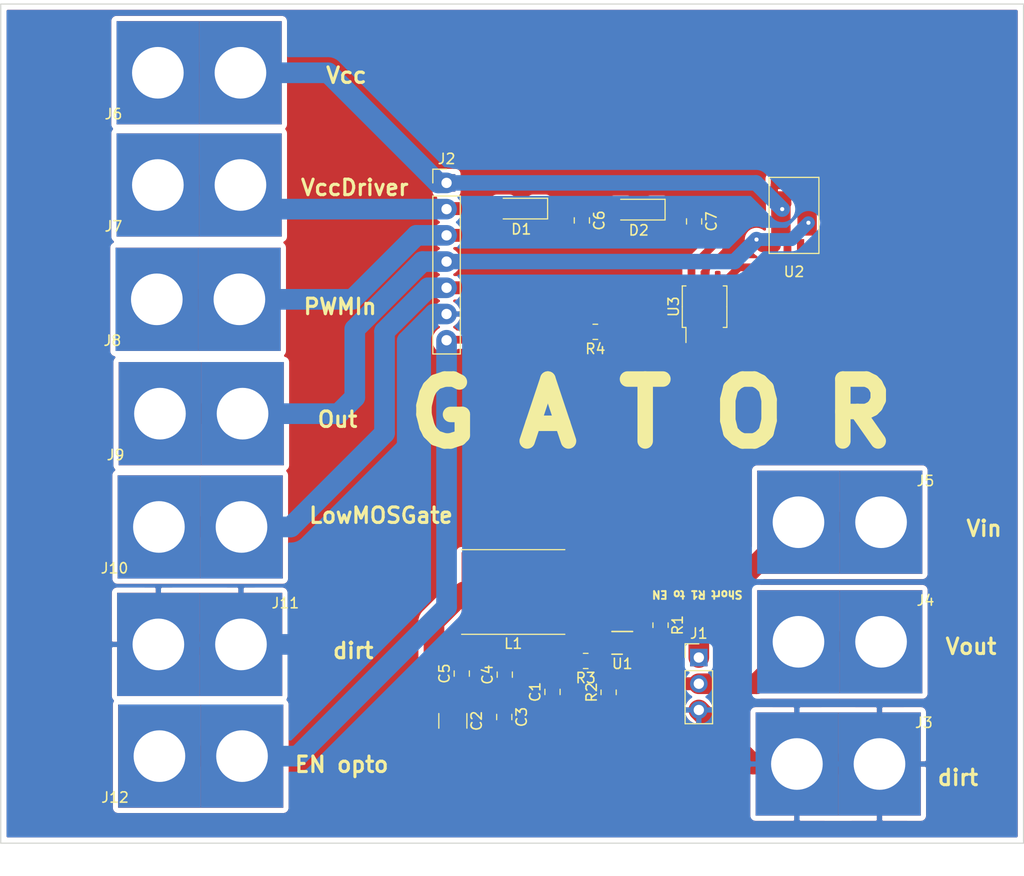
<source format=kicad_pcb>
(kicad_pcb (version 20171130) (host pcbnew "(5.1.10)-1")

  (general
    (thickness 1.6)
    (drawings 17)
    (tracks 127)
    (zones 0)
    (modules 29)
    (nets 19)
  )

  (page A4)
  (layers
    (0 F.Cu signal)
    (31 B.Cu signal)
    (32 B.Adhes user)
    (33 F.Adhes user)
    (34 B.Paste user)
    (35 F.Paste user)
    (36 B.SilkS user)
    (37 F.SilkS user)
    (38 B.Mask user)
    (39 F.Mask user)
    (40 Dwgs.User user)
    (41 Cmts.User user)
    (42 Eco1.User user)
    (43 Eco2.User user)
    (44 Edge.Cuts user)
    (45 Margin user)
    (46 B.CrtYd user)
    (47 F.CrtYd user)
    (48 B.Fab user)
    (49 F.Fab user)
  )

  (setup
    (last_trace_width 0.25)
    (user_trace_width 0.5)
    (user_trace_width 0.75)
    (user_trace_width 1)
    (user_trace_width 1.25)
    (user_trace_width 1.5)
    (user_trace_width 1.75)
    (user_trace_width 2)
    (trace_clearance 0.2)
    (zone_clearance 0.508)
    (zone_45_only no)
    (trace_min 0.2)
    (via_size 0.8)
    (via_drill 0.4)
    (via_min_size 0.4)
    (via_min_drill 0.3)
    (uvia_size 0.3)
    (uvia_drill 0.1)
    (uvias_allowed no)
    (uvia_min_size 0.2)
    (uvia_min_drill 0.1)
    (edge_width 0.05)
    (segment_width 0.2)
    (pcb_text_width 0.3)
    (pcb_text_size 1.5 1.5)
    (mod_edge_width 0.12)
    (mod_text_size 1 1)
    (mod_text_width 0.15)
    (pad_size 1.524 1.524)
    (pad_drill 0.762)
    (pad_to_mask_clearance 0)
    (aux_axis_origin 0 0)
    (visible_elements 7FFFFFFF)
    (pcbplotparams
      (layerselection 0x010fc_ffffffff)
      (usegerberextensions false)
      (usegerberattributes true)
      (usegerberadvancedattributes true)
      (creategerberjobfile true)
      (excludeedgelayer true)
      (linewidth 0.100000)
      (plotframeref false)
      (viasonmask false)
      (mode 1)
      (useauxorigin false)
      (hpglpennumber 1)
      (hpglpenspeed 20)
      (hpglpendiameter 15.000000)
      (psnegative false)
      (psa4output false)
      (plotreference true)
      (plotvalue true)
      (plotinvisibletext false)
      (padsonsilk false)
      (subtractmaskfromsilk false)
      (outputformat 1)
      (mirror false)
      (drillshape 0)
      (scaleselection 1)
      (outputdirectory "output/"))
  )

  (net 0 "")
  (net 1 "Net-(C1-Pad2)")
  (net 2 "Net-(C1-Pad1)")
  (net 3 GND)
  (net 4 "Net-(J1-Pad1)")
  (net 5 "Net-(L1-Pad1)")
  (net 6 "Net-(R1-Pad2)")
  (net 7 "Net-(U1-Pad7)")
  (net 8 "Net-(U1-Pad1)")
  (net 9 "Net-(C6-Pad2)")
  (net 10 "Net-(C6-Pad1)")
  (net 11 "Net-(C7-Pad1)")
  (net 12 "Net-(D1-Pad2)")
  (net 13 "Net-(J2-Pad4)")
  (net 14 "Net-(J2-Pad1)")
  (net 15 "Net-(R4-Pad1)")
  (net 16 "Net-(U2-Pad2)")
  (net 17 "Net-(J12-Pad1)")
  (net 18 "Net-(J10-Pad1)")

  (net_class Default "This is the default net class."
    (clearance 0.2)
    (trace_width 0.25)
    (via_dia 0.8)
    (via_drill 0.4)
    (uvia_dia 0.3)
    (uvia_drill 0.1)
    (add_net GND)
    (add_net "Net-(C1-Pad1)")
    (add_net "Net-(C1-Pad2)")
    (add_net "Net-(C6-Pad1)")
    (add_net "Net-(C6-Pad2)")
    (add_net "Net-(C7-Pad1)")
    (add_net "Net-(D1-Pad2)")
    (add_net "Net-(J1-Pad1)")
    (add_net "Net-(J10-Pad1)")
    (add_net "Net-(J12-Pad1)")
    (add_net "Net-(J2-Pad1)")
    (add_net "Net-(J2-Pad4)")
    (add_net "Net-(L1-Pad1)")
    (add_net "Net-(R1-Pad2)")
    (add_net "Net-(R4-Pad1)")
    (add_net "Net-(U1-Pad1)")
    (add_net "Net-(U1-Pad7)")
    (add_net "Net-(U2-Pad2)")
  )

  (module Resistor_SMD:R_0805_2012Metric_Pad1.20x1.40mm_HandSolder (layer F.Cu) (tedit 5F68FEEE) (tstamp 6224B1BC)
    (at 132.5372 146.6756 90)
    (descr "Resistor SMD 0805 (2012 Metric), square (rectangular) end terminal, IPC_7351 nominal with elongated pad for handsoldering. (Body size source: IPC-SM-782 page 72, https://www.pcb-3d.com/wordpress/wp-content/uploads/ipc-sm-782a_amendment_1_and_2.pdf), generated with kicad-footprint-generator")
    (tags "resistor handsolder")
    (path /6224A511)
    (attr smd)
    (fp_text reference R2 (at 0 -1.65 90) (layer F.SilkS)
      (effects (font (size 1 1) (thickness 0.15)))
    )
    (fp_text value 33k (at 0 1.65 90) (layer F.Fab)
      (effects (font (size 1 1) (thickness 0.15)))
    )
    (fp_line (start -1 0.625) (end -1 -0.625) (layer F.Fab) (width 0.1))
    (fp_line (start -1 -0.625) (end 1 -0.625) (layer F.Fab) (width 0.1))
    (fp_line (start 1 -0.625) (end 1 0.625) (layer F.Fab) (width 0.1))
    (fp_line (start 1 0.625) (end -1 0.625) (layer F.Fab) (width 0.1))
    (fp_line (start -0.227064 -0.735) (end 0.227064 -0.735) (layer F.SilkS) (width 0.12))
    (fp_line (start -0.227064 0.735) (end 0.227064 0.735) (layer F.SilkS) (width 0.12))
    (fp_line (start -1.85 0.95) (end -1.85 -0.95) (layer F.CrtYd) (width 0.05))
    (fp_line (start -1.85 -0.95) (end 1.85 -0.95) (layer F.CrtYd) (width 0.05))
    (fp_line (start 1.85 -0.95) (end 1.85 0.95) (layer F.CrtYd) (width 0.05))
    (fp_line (start 1.85 0.95) (end -1.85 0.95) (layer F.CrtYd) (width 0.05))
    (fp_text user %R (at 0 0 90) (layer F.Fab)
      (effects (font (size 0.5 0.5) (thickness 0.08)))
    )
    (pad 2 smd roundrect (at 1 0 90) (size 1.2 1.4) (layers F.Cu F.Paste F.Mask) (roundrect_rratio 0.2083325)
      (net 1 "Net-(C1-Pad2)"))
    (pad 1 smd roundrect (at -1 0 90) (size 1.2 1.4) (layers F.Cu F.Paste F.Mask) (roundrect_rratio 0.2083325)
      (net 2 "Net-(C1-Pad1)"))
    (model ${KISYS3DMOD}/Resistor_SMD.3dshapes/R_0805_2012Metric.wrl
      (at (xyz 0 0 0))
      (scale (xyz 1 1 1))
      (rotate (xyz 0 0 0))
    )
  )

  (module 1KicadLib:GatorTestpoint (layer F.Cu) (tedit 6225A577) (tstamp 622632FD)
    (at 84.528 151.5572)
    (path /622DA42E)
    (fp_text reference J12 (at 0.2 5.3) (layer F.SilkS)
      (effects (font (size 1 1) (thickness 0.15)))
    )
    (fp_text value Conn_01x01_Male (at 0.4 -4.9) (layer F.Fab)
      (effects (font (size 1 1) (thickness 0.15)))
    )
    (pad 1 thru_hole rect (at 4.5 1.3) (size 8 10) (drill 5) (layers *.Cu *.Mask)
      (net 17 "Net-(J12-Pad1)"))
    (pad 1 thru_hole rect (at 12.5 1.3) (size 8 10) (drill 5) (layers *.Cu *.Mask)
      (net 17 "Net-(J12-Pad1)"))
  )

  (module 1KicadLib:GatorTestpoint (layer F.Cu) (tedit 6225A577) (tstamp 622632F7)
    (at 101.4264 143.3368 180)
    (path /622D7009)
    (fp_text reference J11 (at 0.2 5.3) (layer F.SilkS)
      (effects (font (size 1 1) (thickness 0.15)))
    )
    (fp_text value Conn_01x01_Male (at 0.4 -4.9) (layer F.Fab)
      (effects (font (size 1 1) (thickness 0.15)))
    )
    (pad 1 thru_hole rect (at 4.5 1.3 180) (size 8 10) (drill 5) (layers *.Cu *.Mask)
      (net 3 GND))
    (pad 1 thru_hole rect (at 12.5 1.3 180) (size 8 10) (drill 5) (layers *.Cu *.Mask)
      (net 3 GND))
  )

  (module 1KicadLib:GatorTestpoint (layer F.Cu) (tedit 6225A577) (tstamp 622632F1)
    (at 84.4772 129.3576)
    (path /622D3D40)
    (fp_text reference J10 (at 0.2 5.3) (layer F.SilkS)
      (effects (font (size 1 1) (thickness 0.15)))
    )
    (fp_text value Conn_01x01_Male (at 0.4 -4.9) (layer F.Fab)
      (effects (font (size 1 1) (thickness 0.15)))
    )
    (pad 1 thru_hole rect (at 4.5 1.3) (size 8 10) (drill 5) (layers *.Cu *.Mask)
      (net 18 "Net-(J10-Pad1)"))
    (pad 1 thru_hole rect (at 12.5 1.3) (size 8 10) (drill 5) (layers *.Cu *.Mask)
      (net 18 "Net-(J10-Pad1)"))
  )

  (module 1KicadLib:GatorTestpoint (layer F.Cu) (tedit 6225A577) (tstamp 622632EB)
    (at 84.5788 118.3848)
    (path /622D054F)
    (fp_text reference J9 (at 0.2 5.3) (layer F.SilkS)
      (effects (font (size 1 1) (thickness 0.15)))
    )
    (fp_text value Conn_01x01_Male (at 0.4 -4.9) (layer F.Fab)
      (effects (font (size 1 1) (thickness 0.15)))
    )
    (pad 1 thru_hole rect (at 4.5 1.3) (size 8 10) (drill 5) (layers *.Cu *.Mask)
      (net 13 "Net-(J2-Pad4)"))
    (pad 1 thru_hole rect (at 12.5 1.3) (size 8 10) (drill 5) (layers *.Cu *.Mask)
      (net 13 "Net-(J2-Pad4)"))
  )

  (module 1KicadLib:GatorTestpoint (layer F.Cu) (tedit 6225A577) (tstamp 622632E5)
    (at 84.274 107.3104)
    (path /622CD129)
    (fp_text reference J8 (at 0.2 5.3) (layer F.SilkS)
      (effects (font (size 1 1) (thickness 0.15)))
    )
    (fp_text value Conn_01x01_Male (at 0.4 -4.9) (layer F.Fab)
      (effects (font (size 1 1) (thickness 0.15)))
    )
    (pad 1 thru_hole rect (at 4.5 1.3) (size 8 10) (drill 5) (layers *.Cu *.Mask)
      (net 9 "Net-(C6-Pad2)"))
    (pad 1 thru_hole rect (at 12.5 1.3) (size 8 10) (drill 5) (layers *.Cu *.Mask)
      (net 9 "Net-(C6-Pad2)"))
  )

  (module 1KicadLib:GatorTestpoint (layer F.Cu) (tedit 6225A577) (tstamp 622632DF)
    (at 84.3756 96.236)
    (path /622C9C3A)
    (fp_text reference J7 (at 0.2 5.3) (layer F.SilkS)
      (effects (font (size 1 1) (thickness 0.15)))
    )
    (fp_text value Conn_01x01_Male (at 0.4 -4.9) (layer F.Fab)
      (effects (font (size 1 1) (thickness 0.15)))
    )
    (pad 1 thru_hole rect (at 4.5 1.3) (size 8 10) (drill 5) (layers *.Cu *.Mask)
      (net 12 "Net-(D1-Pad2)"))
    (pad 1 thru_hole rect (at 12.5 1.3) (size 8 10) (drill 5) (layers *.Cu *.Mask)
      (net 12 "Net-(D1-Pad2)"))
  )

  (module 1KicadLib:GatorTestpoint (layer F.Cu) (tedit 6225A577) (tstamp 622632D9)
    (at 84.3756 85.3648)
    (path /622C8FF7)
    (fp_text reference J6 (at 0.2 5.3) (layer F.SilkS)
      (effects (font (size 1 1) (thickness 0.15)))
    )
    (fp_text value Conn_01x01_Male (at 0.4 -4.9) (layer F.Fab)
      (effects (font (size 1 1) (thickness 0.15)))
    )
    (pad 1 thru_hole rect (at 4.5 1.3) (size 8 10) (drill 5) (layers *.Cu *.Mask)
      (net 14 "Net-(J2-Pad1)"))
    (pad 1 thru_hole rect (at 12.5 1.3) (size 8 10) (drill 5) (layers *.Cu *.Mask)
      (net 14 "Net-(J2-Pad1)"))
  )

  (module 1KicadLib:GatorTestpoint (layer F.Cu) (tedit 6225A577) (tstamp 622632D3)
    (at 163.4268 131.5004 180)
    (path /622E12C7)
    (fp_text reference J5 (at 0.2 5.3) (layer F.SilkS)
      (effects (font (size 1 1) (thickness 0.15)))
    )
    (fp_text value Conn_01x01_Male (at 0.4 -4.9) (layer F.Fab)
      (effects (font (size 1 1) (thickness 0.15)))
    )
    (pad 1 thru_hole rect (at 4.5 1.3 180) (size 8 10) (drill 5) (layers *.Cu *.Mask)
      (net 4 "Net-(J1-Pad1)"))
    (pad 1 thru_hole rect (at 12.5 1.3 180) (size 8 10) (drill 5) (layers *.Cu *.Mask)
      (net 4 "Net-(J1-Pad1)"))
  )

  (module 1KicadLib:GatorTestpoint (layer F.Cu) (tedit 6225A577) (tstamp 622632CD)
    (at 163.4268 143.0828 180)
    (path /622E12C1)
    (fp_text reference J4 (at 0.2 5.3) (layer F.SilkS)
      (effects (font (size 1 1) (thickness 0.15)))
    )
    (fp_text value Conn_01x01_Male (at 0.4 -4.9) (layer F.Fab)
      (effects (font (size 1 1) (thickness 0.15)))
    )
    (pad 1 thru_hole rect (at 4.5 1.3 180) (size 8 10) (drill 5) (layers *.Cu *.Mask)
      (net 2 "Net-(C1-Pad1)"))
    (pad 1 thru_hole rect (at 12.5 1.3 180) (size 8 10) (drill 5) (layers *.Cu *.Mask)
      (net 2 "Net-(C1-Pad1)"))
  )

  (module 1KicadLib:GatorTestpoint (layer F.Cu) (tedit 6225A577) (tstamp 622632C7)
    (at 163.2744 154.9192 180)
    (path /622E12BB)
    (fp_text reference J3 (at 0.2 5.3) (layer F.SilkS)
      (effects (font (size 1 1) (thickness 0.15)))
    )
    (fp_text value Conn_01x01_Male (at 0.4 -4.9) (layer F.Fab)
      (effects (font (size 1 1) (thickness 0.15)))
    )
    (pad 1 thru_hole rect (at 4.5 1.3 180) (size 8 10) (drill 5) (layers *.Cu *.Mask)
      (net 3 GND))
    (pad 1 thru_hole rect (at 12.5 1.3 180) (size 8 10) (drill 5) (layers *.Cu *.Mask)
      (net 3 GND))
  )

  (module Connector_PinHeader_2.54mm:PinHeader_1x07_P2.54mm_Vertical (layer F.Cu) (tedit 59FED5CC) (tstamp 6225C3D5)
    (at 116.84 97.3328)
    (descr "Through hole straight pin header, 1x07, 2.54mm pitch, single row")
    (tags "Through hole pin header THT 1x07 2.54mm single row")
    (path /622695FB)
    (fp_text reference J2 (at 0 -2.33) (layer F.SilkS)
      (effects (font (size 1 1) (thickness 0.15)))
    )
    (fp_text value Conn_01x07_Male (at 0 17.57) (layer F.Fab)
      (effects (font (size 1 1) (thickness 0.15)))
    )
    (fp_line (start 1.8 -1.8) (end -1.8 -1.8) (layer F.CrtYd) (width 0.05))
    (fp_line (start 1.8 17.05) (end 1.8 -1.8) (layer F.CrtYd) (width 0.05))
    (fp_line (start -1.8 17.05) (end 1.8 17.05) (layer F.CrtYd) (width 0.05))
    (fp_line (start -1.8 -1.8) (end -1.8 17.05) (layer F.CrtYd) (width 0.05))
    (fp_line (start -1.33 -1.33) (end 0 -1.33) (layer F.SilkS) (width 0.12))
    (fp_line (start -1.33 0) (end -1.33 -1.33) (layer F.SilkS) (width 0.12))
    (fp_line (start -1.33 1.27) (end 1.33 1.27) (layer F.SilkS) (width 0.12))
    (fp_line (start 1.33 1.27) (end 1.33 16.57) (layer F.SilkS) (width 0.12))
    (fp_line (start -1.33 1.27) (end -1.33 16.57) (layer F.SilkS) (width 0.12))
    (fp_line (start -1.33 16.57) (end 1.33 16.57) (layer F.SilkS) (width 0.12))
    (fp_line (start -1.27 -0.635) (end -0.635 -1.27) (layer F.Fab) (width 0.1))
    (fp_line (start -1.27 16.51) (end -1.27 -0.635) (layer F.Fab) (width 0.1))
    (fp_line (start 1.27 16.51) (end -1.27 16.51) (layer F.Fab) (width 0.1))
    (fp_line (start 1.27 -1.27) (end 1.27 16.51) (layer F.Fab) (width 0.1))
    (fp_line (start -0.635 -1.27) (end 1.27 -1.27) (layer F.Fab) (width 0.1))
    (fp_text user %R (at 0 7.62 90) (layer F.Fab)
      (effects (font (size 1 1) (thickness 0.15)))
    )
    (pad 7 thru_hole oval (at 0 15.24) (size 1.7 1.7) (drill 1) (layers *.Cu *.Mask)
      (net 17 "Net-(J12-Pad1)"))
    (pad 6 thru_hole oval (at 0 12.7) (size 1.7 1.7) (drill 1) (layers *.Cu *.Mask)
      (net 3 GND))
    (pad 5 thru_hole oval (at 0 10.16) (size 1.7 1.7) (drill 1) (layers *.Cu *.Mask)
      (net 18 "Net-(J10-Pad1)"))
    (pad 4 thru_hole oval (at 0 7.62) (size 1.7 1.7) (drill 1) (layers *.Cu *.Mask)
      (net 13 "Net-(J2-Pad4)"))
    (pad 3 thru_hole oval (at 0 5.08) (size 1.7 1.7) (drill 1) (layers *.Cu *.Mask)
      (net 9 "Net-(C6-Pad2)"))
    (pad 2 thru_hole oval (at 0 2.54) (size 1.7 1.7) (drill 1) (layers *.Cu *.Mask)
      (net 12 "Net-(D1-Pad2)"))
    (pad 1 thru_hole rect (at 0 0) (size 1.7 1.7) (drill 1) (layers *.Cu *.Mask)
      (net 14 "Net-(J2-Pad1)"))
    (model ${KISYS3DMOD}/Connector_PinHeader_2.54mm.3dshapes/PinHeader_1x07_P2.54mm_Vertical.wrl
      (at (xyz 0 0 0))
      (scale (xyz 1 1 1))
      (rotate (xyz 0 0 0))
    )
  )

  (module Package_SO:SOP-4_3.8x4.1mm_P2.54mm (layer F.Cu) (tedit 5D9F72B1) (tstamp 6225B406)
    (at 141.8336 109.3216 90)
    (descr "SOP, 4 Pin (http://www.ixysic.com/home/pdfs.nsf/www/CPC1017N.pdf/$file/CPC1017N.pdf), generated with kicad-footprint-generator ipc_gullwing_generator.py")
    (tags "SOP SO")
    (path /62287B18)
    (attr smd)
    (fp_text reference U3 (at 0 -3 90) (layer F.SilkS)
      (effects (font (size 1 1) (thickness 0.15)))
    )
    (fp_text value PC817 (at 0 3 90) (layer F.Fab)
      (effects (font (size 1 1) (thickness 0.15)))
    )
    (fp_line (start 3.72 -2.3) (end -3.72 -2.3) (layer F.CrtYd) (width 0.05))
    (fp_line (start 3.72 2.3) (end 3.72 -2.3) (layer F.CrtYd) (width 0.05))
    (fp_line (start -3.72 2.3) (end 3.72 2.3) (layer F.CrtYd) (width 0.05))
    (fp_line (start -3.72 -2.3) (end -3.72 2.3) (layer F.CrtYd) (width 0.05))
    (fp_line (start -1.9 -1.1) (end -0.95 -2.05) (layer F.Fab) (width 0.1))
    (fp_line (start -1.9 2.05) (end -1.9 -1.1) (layer F.Fab) (width 0.1))
    (fp_line (start 1.9 2.05) (end -1.9 2.05) (layer F.Fab) (width 0.1))
    (fp_line (start 1.9 -2.05) (end 1.9 2.05) (layer F.Fab) (width 0.1))
    (fp_line (start -0.95 -2.05) (end 1.9 -2.05) (layer F.Fab) (width 0.1))
    (fp_line (start -2.01 -1.805) (end -3.475 -1.805) (layer F.SilkS) (width 0.12))
    (fp_line (start -2.01 -2.16) (end -2.01 -1.805) (layer F.SilkS) (width 0.12))
    (fp_line (start 0 -2.16) (end -2.01 -2.16) (layer F.SilkS) (width 0.12))
    (fp_line (start 2.01 -2.16) (end 2.01 -1.805) (layer F.SilkS) (width 0.12))
    (fp_line (start 0 -2.16) (end 2.01 -2.16) (layer F.SilkS) (width 0.12))
    (fp_line (start -2.01 2.16) (end -2.01 1.805) (layer F.SilkS) (width 0.12))
    (fp_line (start 0 2.16) (end -2.01 2.16) (layer F.SilkS) (width 0.12))
    (fp_line (start 2.01 2.16) (end 2.01 1.805) (layer F.SilkS) (width 0.12))
    (fp_line (start 0 2.16) (end 2.01 2.16) (layer F.SilkS) (width 0.12))
    (fp_text user %R (at -0.3556 0.1016 90) (layer F.Fab)
      (effects (font (size 0.95 0.95) (thickness 0.14)))
    )
    (pad 4 smd roundrect (at 2.75 -1.27 90) (size 1.45 0.55) (layers F.Cu F.Paste F.Mask) (roundrect_rratio 0.25)
      (net 11 "Net-(C7-Pad1)"))
    (pad 3 smd roundrect (at 2.75 1.27 90) (size 1.45 0.55) (layers F.Cu F.Paste F.Mask) (roundrect_rratio 0.25)
      (net 16 "Net-(U2-Pad2)"))
    (pad 2 smd roundrect (at -2.75 1.27 90) (size 1.45 0.55) (layers F.Cu F.Paste F.Mask) (roundrect_rratio 0.25)
      (net 3 GND))
    (pad 1 smd roundrect (at -2.75 -1.27 90) (size 1.45 0.55) (layers F.Cu F.Paste F.Mask) (roundrect_rratio 0.25)
      (net 15 "Net-(R4-Pad1)"))
    (model ${KISYS3DMOD}/Package_SO.3dshapes/SOP-4_3.8x4.1mm_P2.54mm.wrl
      (at (xyz 0 0 0))
      (scale (xyz 1 1 1))
      (rotate (xyz 0 0 0))
    )
  )

  (module Resistor_SMD:R_0805_2012Metric_Pad1.20x1.40mm_HandSolder (layer F.Cu) (tedit 5F68FEEE) (tstamp 6225B395)
    (at 131.2512 111.76 180)
    (descr "Resistor SMD 0805 (2012 Metric), square (rectangular) end terminal, IPC_7351 nominal with elongated pad for handsoldering. (Body size source: IPC-SM-782 page 72, https://www.pcb-3d.com/wordpress/wp-content/uploads/ipc-sm-782a_amendment_1_and_2.pdf), generated with kicad-footprint-generator")
    (tags "resistor handsolder")
    (path /6228AABC)
    (attr smd)
    (fp_text reference R4 (at 0 -1.65) (layer F.SilkS)
      (effects (font (size 1 1) (thickness 0.15)))
    )
    (fp_text value 300 (at 0 1.65) (layer F.Fab)
      (effects (font (size 1 1) (thickness 0.15)))
    )
    (fp_line (start 1.85 0.95) (end -1.85 0.95) (layer F.CrtYd) (width 0.05))
    (fp_line (start 1.85 -0.95) (end 1.85 0.95) (layer F.CrtYd) (width 0.05))
    (fp_line (start -1.85 -0.95) (end 1.85 -0.95) (layer F.CrtYd) (width 0.05))
    (fp_line (start -1.85 0.95) (end -1.85 -0.95) (layer F.CrtYd) (width 0.05))
    (fp_line (start -0.227064 0.735) (end 0.227064 0.735) (layer F.SilkS) (width 0.12))
    (fp_line (start -0.227064 -0.735) (end 0.227064 -0.735) (layer F.SilkS) (width 0.12))
    (fp_line (start 1 0.625) (end -1 0.625) (layer F.Fab) (width 0.1))
    (fp_line (start 1 -0.625) (end 1 0.625) (layer F.Fab) (width 0.1))
    (fp_line (start -1 -0.625) (end 1 -0.625) (layer F.Fab) (width 0.1))
    (fp_line (start -1 0.625) (end -1 -0.625) (layer F.Fab) (width 0.1))
    (fp_text user %R (at 0 0) (layer F.Fab)
      (effects (font (size 0.5 0.5) (thickness 0.08)))
    )
    (pad 2 smd roundrect (at 1 0 180) (size 1.2 1.4) (layers F.Cu F.Paste F.Mask) (roundrect_rratio 0.2083325)
      (net 17 "Net-(J12-Pad1)"))
    (pad 1 smd roundrect (at -1 0 180) (size 1.2 1.4) (layers F.Cu F.Paste F.Mask) (roundrect_rratio 0.2083325)
      (net 15 "Net-(R4-Pad1)"))
    (model ${KISYS3DMOD}/Resistor_SMD.3dshapes/R_0805_2012Metric.wrl
      (at (xyz 0 0 0))
      (scale (xyz 1 1 1))
      (rotate (xyz 0 0 0))
    )
  )

  (module 1KicadLib:LFPAK56D (layer F.Cu) (tedit 61EFAA32) (tstamp 6225A3A0)
    (at 153.67 102.0064)
    (path /62257726)
    (fp_text reference U2 (at -3.175 3.937) (layer F.SilkS)
      (effects (font (size 1 1) (thickness 0.15)))
    )
    (fp_text value BUK9K52-60E (at -2.921 -6.985) (layer F.Fab)
      (effects (font (size 1 1) (thickness 0.15)))
    )
    (fp_poly (pts (xy -3.556 0.381) (xy -5.334 0.381) (xy -5.334 -3.81) (xy -3.556 -3.81)) (layer F.Mask) (width 0.1))
    (fp_poly (pts (xy -1.016 0.381) (xy -2.794 0.381) (xy -2.794 -3.81) (xy -1.016 -3.81)) (layer F.Mask) (width 0.1))
    (fp_poly (pts (xy -1.016 0.381) (xy -2.794 0.381) (xy -2.794 -3.81) (xy -1.016 -3.81)) (layer F.Cu) (width 0.1))
    (fp_poly (pts (xy -3.556 0.381) (xy -5.334 0.381) (xy -5.334 -3.81) (xy -3.556 -3.81)) (layer F.Cu) (width 0.1))
    (fp_line (start -5.588 2.159) (end -5.588 -5.207) (layer F.SilkS) (width 0.12))
    (fp_line (start -5.588 -5.207) (end -0.762 -5.207) (layer F.SilkS) (width 0.12))
    (fp_line (start -0.762 -5.207) (end -0.762 2.159) (layer F.SilkS) (width 0.12))
    (fp_line (start -0.762 2.159) (end -5.588 2.159) (layer F.SilkS) (width 0.12))
    (pad 8 smd rect (at -5.08 -4.445) (size 0.7 1.25) (layers F.Cu F.Paste F.Mask)
      (net 14 "Net-(J2-Pad1)"))
    (pad 7 smd rect (at -3.81 -4.445) (size 0.7 1.25) (layers F.Cu F.Paste F.Mask)
      (net 14 "Net-(J2-Pad1)"))
    (pad 6 smd rect (at -2.54 -4.445) (size 0.7 1.25) (layers F.Cu F.Paste F.Mask)
      (net 13 "Net-(J2-Pad4)"))
    (pad 5 smd rect (at -1.27 -4.445) (size 0.7 1.25) (layers F.Cu F.Paste F.Mask)
      (net 13 "Net-(J2-Pad4)"))
    (pad 4 smd rect (at -1.27 1.397) (size 0.7 1.25) (layers F.Cu F.Paste F.Mask)
      (net 18 "Net-(J10-Pad1)"))
    (pad 3 smd rect (at -2.54 1.397) (size 0.7 1.25) (layers F.Cu F.Paste F.Mask)
      (net 3 GND))
    (pad 2 smd rect (at -3.81 1.397) (size 0.7 1.25) (layers F.Cu F.Paste F.Mask)
      (net 16 "Net-(U2-Pad2)"))
    (pad 1 smd rect (at -5.08 1.397) (size 0.7 1.25) (layers F.Cu F.Paste F.Mask)
      (net 13 "Net-(J2-Pad4)"))
  )

  (module Diode_SMD:D_MiniMELF (layer F.Cu) (tedit 5905D8F5) (tstamp 6225A286)
    (at 135.4556 99.9236 180)
    (descr "Diode Mini-MELF (SOD-80)")
    (tags "Diode Mini-MELF (SOD-80)")
    (path /62265E7D)
    (attr smd)
    (fp_text reference D2 (at 0 -2) (layer F.SilkS)
      (effects (font (size 1 1) (thickness 0.15)))
    )
    (fp_text value LL4148 (at 0 1.75) (layer F.Fab)
      (effects (font (size 1 1) (thickness 0.15)))
    )
    (fp_line (start -2.65 1.1) (end -2.65 -1.1) (layer F.CrtYd) (width 0.05))
    (fp_line (start 2.65 1.1) (end -2.65 1.1) (layer F.CrtYd) (width 0.05))
    (fp_line (start 2.65 -1.1) (end 2.65 1.1) (layer F.CrtYd) (width 0.05))
    (fp_line (start -2.65 -1.1) (end 2.65 -1.1) (layer F.CrtYd) (width 0.05))
    (fp_line (start -0.75 0) (end -0.35 0) (layer F.Fab) (width 0.1))
    (fp_line (start -0.35 0) (end -0.35 -0.55) (layer F.Fab) (width 0.1))
    (fp_line (start -0.35 0) (end -0.35 0.55) (layer F.Fab) (width 0.1))
    (fp_line (start -0.35 0) (end 0.25 -0.4) (layer F.Fab) (width 0.1))
    (fp_line (start 0.25 -0.4) (end 0.25 0.4) (layer F.Fab) (width 0.1))
    (fp_line (start 0.25 0.4) (end -0.35 0) (layer F.Fab) (width 0.1))
    (fp_line (start 0.25 0) (end 0.75 0) (layer F.Fab) (width 0.1))
    (fp_line (start -1.65 -0.8) (end 1.65 -0.8) (layer F.Fab) (width 0.1))
    (fp_line (start -1.65 0.8) (end -1.65 -0.8) (layer F.Fab) (width 0.1))
    (fp_line (start 1.65 0.8) (end -1.65 0.8) (layer F.Fab) (width 0.1))
    (fp_line (start 1.65 -0.8) (end 1.65 0.8) (layer F.Fab) (width 0.1))
    (fp_line (start -2.55 1) (end 1.75 1) (layer F.SilkS) (width 0.12))
    (fp_line (start -2.55 -1) (end -2.55 1) (layer F.SilkS) (width 0.12))
    (fp_line (start 1.75 -1) (end -2.55 -1) (layer F.SilkS) (width 0.12))
    (fp_text user %R (at 0 -2) (layer F.Fab)
      (effects (font (size 1 1) (thickness 0.15)))
    )
    (pad 2 smd rect (at 1.75 0 180) (size 1.3 1.7) (layers F.Cu F.Paste F.Mask)
      (net 10 "Net-(C6-Pad1)"))
    (pad 1 smd rect (at -1.75 0 180) (size 1.3 1.7) (layers F.Cu F.Paste F.Mask)
      (net 11 "Net-(C7-Pad1)"))
    (model ${KISYS3DMOD}/Diode_SMD.3dshapes/D_MiniMELF.wrl
      (at (xyz 0 0 0))
      (scale (xyz 1 1 1))
      (rotate (xyz 0 0 0))
    )
  )

  (module Diode_SMD:D_MiniMELF (layer F.Cu) (tedit 5905D8F5) (tstamp 6225A26D)
    (at 124.0764 99.822 180)
    (descr "Diode Mini-MELF (SOD-80)")
    (tags "Diode Mini-MELF (SOD-80)")
    (path /6225CCDC)
    (attr smd)
    (fp_text reference D1 (at 0 -2) (layer F.SilkS)
      (effects (font (size 1 1) (thickness 0.15)))
    )
    (fp_text value LL4148 (at 0 1.75) (layer F.Fab)
      (effects (font (size 1 1) (thickness 0.15)))
    )
    (fp_line (start -2.65 1.1) (end -2.65 -1.1) (layer F.CrtYd) (width 0.05))
    (fp_line (start 2.65 1.1) (end -2.65 1.1) (layer F.CrtYd) (width 0.05))
    (fp_line (start 2.65 -1.1) (end 2.65 1.1) (layer F.CrtYd) (width 0.05))
    (fp_line (start -2.65 -1.1) (end 2.65 -1.1) (layer F.CrtYd) (width 0.05))
    (fp_line (start -0.75 0) (end -0.35 0) (layer F.Fab) (width 0.1))
    (fp_line (start -0.35 0) (end -0.35 -0.55) (layer F.Fab) (width 0.1))
    (fp_line (start -0.35 0) (end -0.35 0.55) (layer F.Fab) (width 0.1))
    (fp_line (start -0.35 0) (end 0.25 -0.4) (layer F.Fab) (width 0.1))
    (fp_line (start 0.25 -0.4) (end 0.25 0.4) (layer F.Fab) (width 0.1))
    (fp_line (start 0.25 0.4) (end -0.35 0) (layer F.Fab) (width 0.1))
    (fp_line (start 0.25 0) (end 0.75 0) (layer F.Fab) (width 0.1))
    (fp_line (start -1.65 -0.8) (end 1.65 -0.8) (layer F.Fab) (width 0.1))
    (fp_line (start -1.65 0.8) (end -1.65 -0.8) (layer F.Fab) (width 0.1))
    (fp_line (start 1.65 0.8) (end -1.65 0.8) (layer F.Fab) (width 0.1))
    (fp_line (start 1.65 -0.8) (end 1.65 0.8) (layer F.Fab) (width 0.1))
    (fp_line (start -2.55 1) (end 1.75 1) (layer F.SilkS) (width 0.12))
    (fp_line (start -2.55 -1) (end -2.55 1) (layer F.SilkS) (width 0.12))
    (fp_line (start 1.75 -1) (end -2.55 -1) (layer F.SilkS) (width 0.12))
    (fp_text user %R (at 0 -2) (layer F.Fab)
      (effects (font (size 1 1) (thickness 0.15)))
    )
    (pad 2 smd rect (at 1.75 0 180) (size 1.3 1.7) (layers F.Cu F.Paste F.Mask)
      (net 12 "Net-(D1-Pad2)"))
    (pad 1 smd rect (at -1.75 0 180) (size 1.3 1.7) (layers F.Cu F.Paste F.Mask)
      (net 10 "Net-(C6-Pad1)"))
    (model ${KISYS3DMOD}/Diode_SMD.3dshapes/D_MiniMELF.wrl
      (at (xyz 0 0 0))
      (scale (xyz 1 1 1))
      (rotate (xyz 0 0 0))
    )
  )

  (module Capacitor_SMD:C_0805_2012Metric_Pad1.18x1.45mm_HandSolder (layer F.Cu) (tedit 5F68FEEF) (tstamp 6225A254)
    (at 140.8176 101.0627 270)
    (descr "Capacitor SMD 0805 (2012 Metric), square (rectangular) end terminal, IPC_7351 nominal with elongated pad for handsoldering. (Body size source: IPC-SM-782 page 76, https://www.pcb-3d.com/wordpress/wp-content/uploads/ipc-sm-782a_amendment_1_and_2.pdf, https://docs.google.com/spreadsheets/d/1BsfQQcO9C6DZCsRaXUlFlo91Tg2WpOkGARC1WS5S8t0/edit?usp=sharing), generated with kicad-footprint-generator")
    (tags "capacitor handsolder")
    (path /62265E83)
    (attr smd)
    (fp_text reference C7 (at 0 -1.68 90) (layer F.SilkS)
      (effects (font (size 1 1) (thickness 0.15)))
    )
    (fp_text value 10uF (at 0 1.68 90) (layer F.Fab)
      (effects (font (size 1 1) (thickness 0.15)))
    )
    (fp_line (start 1.88 0.98) (end -1.88 0.98) (layer F.CrtYd) (width 0.05))
    (fp_line (start 1.88 -0.98) (end 1.88 0.98) (layer F.CrtYd) (width 0.05))
    (fp_line (start -1.88 -0.98) (end 1.88 -0.98) (layer F.CrtYd) (width 0.05))
    (fp_line (start -1.88 0.98) (end -1.88 -0.98) (layer F.CrtYd) (width 0.05))
    (fp_line (start -0.261252 0.735) (end 0.261252 0.735) (layer F.SilkS) (width 0.12))
    (fp_line (start -0.261252 -0.735) (end 0.261252 -0.735) (layer F.SilkS) (width 0.12))
    (fp_line (start 1 0.625) (end -1 0.625) (layer F.Fab) (width 0.1))
    (fp_line (start 1 -0.625) (end 1 0.625) (layer F.Fab) (width 0.1))
    (fp_line (start -1 -0.625) (end 1 -0.625) (layer F.Fab) (width 0.1))
    (fp_line (start -1 0.625) (end -1 -0.625) (layer F.Fab) (width 0.1))
    (fp_text user %R (at 0 0 90) (layer F.Fab)
      (effects (font (size 0.5 0.5) (thickness 0.08)))
    )
    (pad 2 smd roundrect (at 1.0375 0 270) (size 1.175 1.45) (layers F.Cu F.Paste F.Mask) (roundrect_rratio 0.2127659574468085)
      (net 3 GND))
    (pad 1 smd roundrect (at -1.0375 0 270) (size 1.175 1.45) (layers F.Cu F.Paste F.Mask) (roundrect_rratio 0.2127659574468085)
      (net 11 "Net-(C7-Pad1)"))
    (model ${KISYS3DMOD}/Capacitor_SMD.3dshapes/C_0805_2012Metric.wrl
      (at (xyz 0 0 0))
      (scale (xyz 1 1 1))
      (rotate (xyz 0 0 0))
    )
  )

  (module Capacitor_SMD:C_0805_2012Metric_Pad1.18x1.45mm_HandSolder (layer F.Cu) (tedit 5F68FEEF) (tstamp 6225A243)
    (at 129.9464 100.9689 270)
    (descr "Capacitor SMD 0805 (2012 Metric), square (rectangular) end terminal, IPC_7351 nominal with elongated pad for handsoldering. (Body size source: IPC-SM-782 page 76, https://www.pcb-3d.com/wordpress/wp-content/uploads/ipc-sm-782a_amendment_1_and_2.pdf, https://docs.google.com/spreadsheets/d/1BsfQQcO9C6DZCsRaXUlFlo91Tg2WpOkGARC1WS5S8t0/edit?usp=sharing), generated with kicad-footprint-generator")
    (tags "capacitor handsolder")
    (path /6225E0CB)
    (attr smd)
    (fp_text reference C6 (at 0 -1.68 90) (layer F.SilkS)
      (effects (font (size 1 1) (thickness 0.15)))
    )
    (fp_text value 10uF (at 0 1.68 90) (layer F.Fab)
      (effects (font (size 1 1) (thickness 0.15)))
    )
    (fp_line (start 1.88 0.98) (end -1.88 0.98) (layer F.CrtYd) (width 0.05))
    (fp_line (start 1.88 -0.98) (end 1.88 0.98) (layer F.CrtYd) (width 0.05))
    (fp_line (start -1.88 -0.98) (end 1.88 -0.98) (layer F.CrtYd) (width 0.05))
    (fp_line (start -1.88 0.98) (end -1.88 -0.98) (layer F.CrtYd) (width 0.05))
    (fp_line (start -0.261252 0.735) (end 0.261252 0.735) (layer F.SilkS) (width 0.12))
    (fp_line (start -0.261252 -0.735) (end 0.261252 -0.735) (layer F.SilkS) (width 0.12))
    (fp_line (start 1 0.625) (end -1 0.625) (layer F.Fab) (width 0.1))
    (fp_line (start 1 -0.625) (end 1 0.625) (layer F.Fab) (width 0.1))
    (fp_line (start -1 -0.625) (end 1 -0.625) (layer F.Fab) (width 0.1))
    (fp_line (start -1 0.625) (end -1 -0.625) (layer F.Fab) (width 0.1))
    (fp_text user %R (at 0 0 90) (layer F.Fab)
      (effects (font (size 0.5 0.5) (thickness 0.08)))
    )
    (pad 2 smd roundrect (at 1.0375 0 270) (size 1.175 1.45) (layers F.Cu F.Paste F.Mask) (roundrect_rratio 0.2127659574468085)
      (net 9 "Net-(C6-Pad2)"))
    (pad 1 smd roundrect (at -1.0375 0 270) (size 1.175 1.45) (layers F.Cu F.Paste F.Mask) (roundrect_rratio 0.2127659574468085)
      (net 10 "Net-(C6-Pad1)"))
    (model ${KISYS3DMOD}/Capacitor_SMD.3dshapes/C_0805_2012Metric.wrl
      (at (xyz 0 0 0))
      (scale (xyz 1 1 1))
      (rotate (xyz 0 0 0))
    )
  )

  (module Package_DFN_QFN:DFN-6-1EP_2x2mm_P0.65mm_EP1x1.6mm (layer F.Cu) (tedit 5EA4BCAF) (tstamp 6224B1E6)
    (at 133.858 141.8844 180)
    (descr "6-Lead Plastic Dual Flat, No Lead Package (MA) - 2x2x0.9 mm Body [DFN] (see Microchip Packaging Specification 00000049BS.pdf)")
    (tags "DFN 0.65")
    (path /62247BE8)
    (attr smd)
    (fp_text reference U1 (at 0 -2.025) (layer F.SilkS)
      (effects (font (size 1 1) (thickness 0.15)))
    )
    (fp_text value PAM2305CGFADJ (at 0 2.025) (layer F.Fab)
      (effects (font (size 1 1) (thickness 0.15)))
    )
    (fp_line (start -0.5 -1) (end 1 -1) (layer F.Fab) (width 0.15))
    (fp_line (start 1 -1) (end 1 1) (layer F.Fab) (width 0.15))
    (fp_line (start 1 1) (end -1 1) (layer F.Fab) (width 0.15))
    (fp_line (start -1 1) (end -1 -0.5) (layer F.Fab) (width 0.15))
    (fp_line (start -1 -0.5) (end -0.5 -1) (layer F.Fab) (width 0.15))
    (fp_line (start -1.65 -1.25) (end -1.65 1.25) (layer F.CrtYd) (width 0.05))
    (fp_line (start 1.65 -1.25) (end 1.65 1.25) (layer F.CrtYd) (width 0.05))
    (fp_line (start -1.65 -1.25) (end 1.65 -1.25) (layer F.CrtYd) (width 0.05))
    (fp_line (start -1.65 1.25) (end 1.65 1.25) (layer F.CrtYd) (width 0.05))
    (fp_line (start -1 1.1) (end 1 1.1) (layer F.SilkS) (width 0.15))
    (fp_line (start 0 -1.1) (end 1 -1.1) (layer F.SilkS) (width 0.15))
    (fp_text user %R (at 0 0) (layer F.Fab)
      (effects (font (size 0.5 0.5) (thickness 0.075)))
    )
    (pad "" smd rect (at 0 0.4 180) (size 0.82 0.63) (layers F.Paste))
    (pad "" smd rect (at 0 -0.4 180) (size 0.82 0.63) (layers F.Paste))
    (pad 7 smd rect (at 0 0 180) (size 1 1.6) (layers F.Cu F.Mask)
      (net 7 "Net-(U1-Pad7)"))
    (pad 6 smd rect (at 1.05 -0.65 180) (size 0.65 0.35) (layers F.Cu F.Paste F.Mask)
      (net 1 "Net-(C1-Pad2)"))
    (pad 5 smd rect (at 1.05 0 180) (size 0.65 0.35) (layers F.Cu F.Paste F.Mask)
      (net 3 GND))
    (pad 4 smd rect (at 1.05 0.65 180) (size 0.65 0.35) (layers F.Cu F.Paste F.Mask)
      (net 5 "Net-(L1-Pad1)"))
    (pad 3 smd rect (at -1.05 0.65 180) (size 0.65 0.35) (layers F.Cu F.Paste F.Mask)
      (net 4 "Net-(J1-Pad1)"))
    (pad 2 smd rect (at -1.05 0 180) (size 0.65 0.35) (layers F.Cu F.Paste F.Mask)
      (net 6 "Net-(R1-Pad2)"))
    (pad 1 smd rect (at -1.05 -0.65 180) (size 0.65 0.35) (layers F.Cu F.Paste F.Mask)
      (net 8 "Net-(U1-Pad1)"))
    (model ${KISYS3DMOD}/Package_DFN_QFN.3dshapes/DFN-6-1EP_2x2mm_P0.65mm_EP1x1.6mm.wrl
      (at (xyz 0 0 0))
      (scale (xyz 1 1 1))
      (rotate (xyz 0 0 0))
    )
  )

  (module Resistor_SMD:R_0805_2012Metric_Pad1.20x1.40mm_HandSolder (layer F.Cu) (tedit 5F68FEEE) (tstamp 6224B1CD)
    (at 130.318 143.637 180)
    (descr "Resistor SMD 0805 (2012 Metric), square (rectangular) end terminal, IPC_7351 nominal with elongated pad for handsoldering. (Body size source: IPC-SM-782 page 72, https://www.pcb-3d.com/wordpress/wp-content/uploads/ipc-sm-782a_amendment_1_and_2.pdf), generated with kicad-footprint-generator")
    (tags "resistor handsolder")
    (path /62251033)
    (attr smd)
    (fp_text reference R3 (at 0 -1.65) (layer F.SilkS)
      (effects (font (size 1 1) (thickness 0.15)))
    )
    (fp_text value 7.5k (at 0 1.65) (layer F.Fab)
      (effects (font (size 1 1) (thickness 0.15)))
    )
    (fp_line (start -1 0.625) (end -1 -0.625) (layer F.Fab) (width 0.1))
    (fp_line (start -1 -0.625) (end 1 -0.625) (layer F.Fab) (width 0.1))
    (fp_line (start 1 -0.625) (end 1 0.625) (layer F.Fab) (width 0.1))
    (fp_line (start 1 0.625) (end -1 0.625) (layer F.Fab) (width 0.1))
    (fp_line (start -0.227064 -0.735) (end 0.227064 -0.735) (layer F.SilkS) (width 0.12))
    (fp_line (start -0.227064 0.735) (end 0.227064 0.735) (layer F.SilkS) (width 0.12))
    (fp_line (start -1.85 0.95) (end -1.85 -0.95) (layer F.CrtYd) (width 0.05))
    (fp_line (start -1.85 -0.95) (end 1.85 -0.95) (layer F.CrtYd) (width 0.05))
    (fp_line (start 1.85 -0.95) (end 1.85 0.95) (layer F.CrtYd) (width 0.05))
    (fp_line (start 1.85 0.95) (end -1.85 0.95) (layer F.CrtYd) (width 0.05))
    (fp_text user %R (at 0 0) (layer F.Fab)
      (effects (font (size 0.5 0.5) (thickness 0.08)))
    )
    (pad 2 smd roundrect (at 1 0 180) (size 1.2 1.4) (layers F.Cu F.Paste F.Mask) (roundrect_rratio 0.2083325)
      (net 3 GND))
    (pad 1 smd roundrect (at -1 0 180) (size 1.2 1.4) (layers F.Cu F.Paste F.Mask) (roundrect_rratio 0.2083325)
      (net 1 "Net-(C1-Pad2)"))
    (model ${KISYS3DMOD}/Resistor_SMD.3dshapes/R_0805_2012Metric.wrl
      (at (xyz 0 0 0))
      (scale (xyz 1 1 1))
      (rotate (xyz 0 0 0))
    )
  )

  (module Resistor_SMD:R_0805_2012Metric_Pad1.20x1.40mm_HandSolder (layer F.Cu) (tedit 5F68FEEE) (tstamp 6224B1AB)
    (at 137.5664 140.1732 270)
    (descr "Resistor SMD 0805 (2012 Metric), square (rectangular) end terminal, IPC_7351 nominal with elongated pad for handsoldering. (Body size source: IPC-SM-782 page 72, https://www.pcb-3d.com/wordpress/wp-content/uploads/ipc-sm-782a_amendment_1_and_2.pdf), generated with kicad-footprint-generator")
    (tags "resistor handsolder")
    (path /62252FB7)
    (attr smd)
    (fp_text reference R1 (at 0 -1.65 90) (layer F.SilkS)
      (effects (font (size 1 1) (thickness 0.15)))
    )
    (fp_text value 0 (at 0 1.65 90) (layer F.Fab)
      (effects (font (size 1 1) (thickness 0.15)))
    )
    (fp_line (start -1 0.625) (end -1 -0.625) (layer F.Fab) (width 0.1))
    (fp_line (start -1 -0.625) (end 1 -0.625) (layer F.Fab) (width 0.1))
    (fp_line (start 1 -0.625) (end 1 0.625) (layer F.Fab) (width 0.1))
    (fp_line (start 1 0.625) (end -1 0.625) (layer F.Fab) (width 0.1))
    (fp_line (start -0.227064 -0.735) (end 0.227064 -0.735) (layer F.SilkS) (width 0.12))
    (fp_line (start -0.227064 0.735) (end 0.227064 0.735) (layer F.SilkS) (width 0.12))
    (fp_line (start -1.85 0.95) (end -1.85 -0.95) (layer F.CrtYd) (width 0.05))
    (fp_line (start -1.85 -0.95) (end 1.85 -0.95) (layer F.CrtYd) (width 0.05))
    (fp_line (start 1.85 -0.95) (end 1.85 0.95) (layer F.CrtYd) (width 0.05))
    (fp_line (start 1.85 0.95) (end -1.85 0.95) (layer F.CrtYd) (width 0.05))
    (fp_text user %R (at 0 0 90) (layer F.Fab)
      (effects (font (size 0.5 0.5) (thickness 0.08)))
    )
    (pad 2 smd roundrect (at 1 0 270) (size 1.2 1.4) (layers F.Cu F.Paste F.Mask) (roundrect_rratio 0.2083325)
      (net 6 "Net-(R1-Pad2)"))
    (pad 1 smd roundrect (at -1 0 270) (size 1.2 1.4) (layers F.Cu F.Paste F.Mask) (roundrect_rratio 0.2083325)
      (net 4 "Net-(J1-Pad1)"))
    (model ${KISYS3DMOD}/Resistor_SMD.3dshapes/R_0805_2012Metric.wrl
      (at (xyz 0 0 0))
      (scale (xyz 1 1 1))
      (rotate (xyz 0 0 0))
    )
  )

  (module Inductor_SMD:L_Taiyo-Yuden_NR-80xx_HandSoldering (layer F.Cu) (tedit 5990349D) (tstamp 6224B19A)
    (at 123.296 136.9568 180)
    (descr "Inductor, Taiyo Yuden, NR series, Taiyo-Yuden_NR-80xx, 8.0mmx8.0mm")
    (tags "inductor taiyo-yuden nr smd")
    (path /6224900A)
    (attr smd)
    (fp_text reference L1 (at 0 -5) (layer F.SilkS)
      (effects (font (size 1 1) (thickness 0.15)))
    )
    (fp_text value "10uH NR8040T100M" (at 0 5.5) (layer F.Fab)
      (effects (font (size 1 1) (thickness 0.15)))
    )
    (fp_line (start -4 0) (end -4 -2.8) (layer F.Fab) (width 0.1))
    (fp_line (start -4 -2.8) (end -2.8 -4) (layer F.Fab) (width 0.1))
    (fp_line (start -2.8 -4) (end 0 -4) (layer F.Fab) (width 0.1))
    (fp_line (start 4 0) (end 4 -2.8) (layer F.Fab) (width 0.1))
    (fp_line (start 4 -2.8) (end 2.8 -4) (layer F.Fab) (width 0.1))
    (fp_line (start 2.8 -4) (end 0 -4) (layer F.Fab) (width 0.1))
    (fp_line (start 4 0) (end 4 2.8) (layer F.Fab) (width 0.1))
    (fp_line (start 4 2.8) (end 2.8 4) (layer F.Fab) (width 0.1))
    (fp_line (start 2.8 4) (end 0 4) (layer F.Fab) (width 0.1))
    (fp_line (start -4 0) (end -4 2.8) (layer F.Fab) (width 0.1))
    (fp_line (start -4 2.8) (end -2.8 4) (layer F.Fab) (width 0.1))
    (fp_line (start -2.8 4) (end 0 4) (layer F.Fab) (width 0.1))
    (fp_line (start -5 -4.1) (end 5 -4.1) (layer F.SilkS) (width 0.12))
    (fp_line (start -5 4.1) (end 5 4.1) (layer F.SilkS) (width 0.12))
    (fp_line (start -5.25 -4.25) (end -5.25 4.25) (layer F.CrtYd) (width 0.05))
    (fp_line (start -5.25 4.25) (end 5.25 4.25) (layer F.CrtYd) (width 0.05))
    (fp_line (start 5.25 4.25) (end 5.25 -4.25) (layer F.CrtYd) (width 0.05))
    (fp_line (start 5.25 -4.25) (end -5.25 -4.25) (layer F.CrtYd) (width 0.05))
    (fp_text user %R (at 0 0) (layer F.Fab)
      (effects (font (size 1 1) (thickness 0.15)))
    )
    (pad 2 smd rect (at 3.45 0 180) (size 3.1 7.7) (layers F.Cu F.Paste F.Mask)
      (net 2 "Net-(C1-Pad1)"))
    (pad 1 smd rect (at -3.45 0 180) (size 3.1 7.7) (layers F.Cu F.Paste F.Mask)
      (net 5 "Net-(L1-Pad1)"))
    (model ${KISYS3DMOD}/Inductor_SMD.3dshapes/L_Taiyo-Yuden_NR-80xx.wrl
      (at (xyz 0 0 0))
      (scale (xyz 1 1 1))
      (rotate (xyz 0 0 0))
    )
  )

  (module Connector_PinHeader_2.54mm:PinHeader_1x03_P2.54mm_Vertical (layer F.Cu) (tedit 59FED5CC) (tstamp 6224B181)
    (at 141.2748 143.3068)
    (descr "Through hole straight pin header, 1x03, 2.54mm pitch, single row")
    (tags "Through hole pin header THT 1x03 2.54mm single row")
    (path /622546D3)
    (fp_text reference J1 (at 0 -2.33) (layer F.SilkS)
      (effects (font (size 1 1) (thickness 0.15)))
    )
    (fp_text value Conn_01x03_Female (at 0 7.41) (layer F.Fab)
      (effects (font (size 1 1) (thickness 0.15)))
    )
    (fp_line (start -0.635 -1.27) (end 1.27 -1.27) (layer F.Fab) (width 0.1))
    (fp_line (start 1.27 -1.27) (end 1.27 6.35) (layer F.Fab) (width 0.1))
    (fp_line (start 1.27 6.35) (end -1.27 6.35) (layer F.Fab) (width 0.1))
    (fp_line (start -1.27 6.35) (end -1.27 -0.635) (layer F.Fab) (width 0.1))
    (fp_line (start -1.27 -0.635) (end -0.635 -1.27) (layer F.Fab) (width 0.1))
    (fp_line (start -1.33 6.41) (end 1.33 6.41) (layer F.SilkS) (width 0.12))
    (fp_line (start -1.33 1.27) (end -1.33 6.41) (layer F.SilkS) (width 0.12))
    (fp_line (start 1.33 1.27) (end 1.33 6.41) (layer F.SilkS) (width 0.12))
    (fp_line (start -1.33 1.27) (end 1.33 1.27) (layer F.SilkS) (width 0.12))
    (fp_line (start -1.33 0) (end -1.33 -1.33) (layer F.SilkS) (width 0.12))
    (fp_line (start -1.33 -1.33) (end 0 -1.33) (layer F.SilkS) (width 0.12))
    (fp_line (start -1.8 -1.8) (end -1.8 6.85) (layer F.CrtYd) (width 0.05))
    (fp_line (start -1.8 6.85) (end 1.8 6.85) (layer F.CrtYd) (width 0.05))
    (fp_line (start 1.8 6.85) (end 1.8 -1.8) (layer F.CrtYd) (width 0.05))
    (fp_line (start 1.8 -1.8) (end -1.8 -1.8) (layer F.CrtYd) (width 0.05))
    (fp_text user %R (at 0 2.54 90) (layer F.Fab)
      (effects (font (size 1 1) (thickness 0.15)))
    )
    (pad 3 thru_hole oval (at 0 5.08) (size 1.7 1.7) (drill 1) (layers *.Cu *.Mask)
      (net 3 GND))
    (pad 2 thru_hole oval (at 0 2.54) (size 1.7 1.7) (drill 1) (layers *.Cu *.Mask)
      (net 2 "Net-(C1-Pad1)"))
    (pad 1 thru_hole rect (at 0 0) (size 1.7 1.7) (drill 1) (layers *.Cu *.Mask)
      (net 4 "Net-(J1-Pad1)"))
    (model ${KISYS3DMOD}/Connector_PinHeader_2.54mm.3dshapes/PinHeader_1x03_P2.54mm_Vertical.wrl
      (at (xyz 0 0 0))
      (scale (xyz 1 1 1))
      (rotate (xyz 0 0 0))
    )
  )

  (module Capacitor_SMD:C_0805_2012Metric_Pad1.18x1.45mm_HandSolder (layer F.Cu) (tedit 5F68FEEF) (tstamp 6224B16A)
    (at 118.3132 144.8601 90)
    (descr "Capacitor SMD 0805 (2012 Metric), square (rectangular) end terminal, IPC_7351 nominal with elongated pad for handsoldering. (Body size source: IPC-SM-782 page 76, https://www.pcb-3d.com/wordpress/wp-content/uploads/ipc-sm-782a_amendment_1_and_2.pdf, https://docs.google.com/spreadsheets/d/1BsfQQcO9C6DZCsRaXUlFlo91Tg2WpOkGARC1WS5S8t0/edit?usp=sharing), generated with kicad-footprint-generator")
    (tags "capacitor handsolder")
    (path /6224D013)
    (attr smd)
    (fp_text reference C5 (at 0 -1.68 90) (layer F.SilkS)
      (effects (font (size 1 1) (thickness 0.15)))
    )
    (fp_text value 1uF (at 0 1.68 90) (layer F.Fab)
      (effects (font (size 1 1) (thickness 0.15)))
    )
    (fp_line (start -1 0.625) (end -1 -0.625) (layer F.Fab) (width 0.1))
    (fp_line (start -1 -0.625) (end 1 -0.625) (layer F.Fab) (width 0.1))
    (fp_line (start 1 -0.625) (end 1 0.625) (layer F.Fab) (width 0.1))
    (fp_line (start 1 0.625) (end -1 0.625) (layer F.Fab) (width 0.1))
    (fp_line (start -0.261252 -0.735) (end 0.261252 -0.735) (layer F.SilkS) (width 0.12))
    (fp_line (start -0.261252 0.735) (end 0.261252 0.735) (layer F.SilkS) (width 0.12))
    (fp_line (start -1.88 0.98) (end -1.88 -0.98) (layer F.CrtYd) (width 0.05))
    (fp_line (start -1.88 -0.98) (end 1.88 -0.98) (layer F.CrtYd) (width 0.05))
    (fp_line (start 1.88 -0.98) (end 1.88 0.98) (layer F.CrtYd) (width 0.05))
    (fp_line (start 1.88 0.98) (end -1.88 0.98) (layer F.CrtYd) (width 0.05))
    (fp_text user %R (at 0 0 90) (layer F.Fab)
      (effects (font (size 0.5 0.5) (thickness 0.08)))
    )
    (pad 2 smd roundrect (at 1.0375 0 90) (size 1.175 1.45) (layers F.Cu F.Paste F.Mask) (roundrect_rratio 0.2127659574468085)
      (net 3 GND))
    (pad 1 smd roundrect (at -1.0375 0 90) (size 1.175 1.45) (layers F.Cu F.Paste F.Mask) (roundrect_rratio 0.2127659574468085)
      (net 2 "Net-(C1-Pad1)"))
    (model ${KISYS3DMOD}/Capacitor_SMD.3dshapes/C_0805_2012Metric.wrl
      (at (xyz 0 0 0))
      (scale (xyz 1 1 1))
      (rotate (xyz 0 0 0))
    )
  )

  (module Capacitor_SMD:C_0805_2012Metric_Pad1.18x1.45mm_HandSolder (layer F.Cu) (tedit 5F68FEEF) (tstamp 6224B159)
    (at 122.4788 144.9617 90)
    (descr "Capacitor SMD 0805 (2012 Metric), square (rectangular) end terminal, IPC_7351 nominal with elongated pad for handsoldering. (Body size source: IPC-SM-782 page 76, https://www.pcb-3d.com/wordpress/wp-content/uploads/ipc-sm-782a_amendment_1_and_2.pdf, https://docs.google.com/spreadsheets/d/1BsfQQcO9C6DZCsRaXUlFlo91Tg2WpOkGARC1WS5S8t0/edit?usp=sharing), generated with kicad-footprint-generator")
    (tags "capacitor handsolder")
    (path /6224CD48)
    (attr smd)
    (fp_text reference C4 (at 0 -1.68 90) (layer F.SilkS)
      (effects (font (size 1 1) (thickness 0.15)))
    )
    (fp_text value 100nF (at 0 1.68 90) (layer F.Fab)
      (effects (font (size 1 1) (thickness 0.15)))
    )
    (fp_line (start -1 0.625) (end -1 -0.625) (layer F.Fab) (width 0.1))
    (fp_line (start -1 -0.625) (end 1 -0.625) (layer F.Fab) (width 0.1))
    (fp_line (start 1 -0.625) (end 1 0.625) (layer F.Fab) (width 0.1))
    (fp_line (start 1 0.625) (end -1 0.625) (layer F.Fab) (width 0.1))
    (fp_line (start -0.261252 -0.735) (end 0.261252 -0.735) (layer F.SilkS) (width 0.12))
    (fp_line (start -0.261252 0.735) (end 0.261252 0.735) (layer F.SilkS) (width 0.12))
    (fp_line (start -1.88 0.98) (end -1.88 -0.98) (layer F.CrtYd) (width 0.05))
    (fp_line (start -1.88 -0.98) (end 1.88 -0.98) (layer F.CrtYd) (width 0.05))
    (fp_line (start 1.88 -0.98) (end 1.88 0.98) (layer F.CrtYd) (width 0.05))
    (fp_line (start 1.88 0.98) (end -1.88 0.98) (layer F.CrtYd) (width 0.05))
    (fp_text user %R (at 0 0 90) (layer F.Fab)
      (effects (font (size 0.5 0.5) (thickness 0.08)))
    )
    (pad 2 smd roundrect (at 1.0375 0 90) (size 1.175 1.45) (layers F.Cu F.Paste F.Mask) (roundrect_rratio 0.2127659574468085)
      (net 3 GND))
    (pad 1 smd roundrect (at -1.0375 0 90) (size 1.175 1.45) (layers F.Cu F.Paste F.Mask) (roundrect_rratio 0.2127659574468085)
      (net 2 "Net-(C1-Pad1)"))
    (model ${KISYS3DMOD}/Capacitor_SMD.3dshapes/C_0805_2012Metric.wrl
      (at (xyz 0 0 0))
      (scale (xyz 1 1 1))
      (rotate (xyz 0 0 0))
    )
  )

  (module Capacitor_SMD:C_0805_2012Metric_Pad1.18x1.45mm_HandSolder (layer F.Cu) (tedit 5F68FEEF) (tstamp 6224B148)
    (at 122.428 149.0687 270)
    (descr "Capacitor SMD 0805 (2012 Metric), square (rectangular) end terminal, IPC_7351 nominal with elongated pad for handsoldering. (Body size source: IPC-SM-782 page 76, https://www.pcb-3d.com/wordpress/wp-content/uploads/ipc-sm-782a_amendment_1_and_2.pdf, https://docs.google.com/spreadsheets/d/1BsfQQcO9C6DZCsRaXUlFlo91Tg2WpOkGARC1WS5S8t0/edit?usp=sharing), generated with kicad-footprint-generator")
    (tags "capacitor handsolder")
    (path /6224C71D)
    (attr smd)
    (fp_text reference C3 (at 0 -1.68 90) (layer F.SilkS)
      (effects (font (size 1 1) (thickness 0.15)))
    )
    (fp_text value 10uF (at 0 1.68 90) (layer F.Fab)
      (effects (font (size 1 1) (thickness 0.15)))
    )
    (fp_line (start -1 0.625) (end -1 -0.625) (layer F.Fab) (width 0.1))
    (fp_line (start -1 -0.625) (end 1 -0.625) (layer F.Fab) (width 0.1))
    (fp_line (start 1 -0.625) (end 1 0.625) (layer F.Fab) (width 0.1))
    (fp_line (start 1 0.625) (end -1 0.625) (layer F.Fab) (width 0.1))
    (fp_line (start -0.261252 -0.735) (end 0.261252 -0.735) (layer F.SilkS) (width 0.12))
    (fp_line (start -0.261252 0.735) (end 0.261252 0.735) (layer F.SilkS) (width 0.12))
    (fp_line (start -1.88 0.98) (end -1.88 -0.98) (layer F.CrtYd) (width 0.05))
    (fp_line (start -1.88 -0.98) (end 1.88 -0.98) (layer F.CrtYd) (width 0.05))
    (fp_line (start 1.88 -0.98) (end 1.88 0.98) (layer F.CrtYd) (width 0.05))
    (fp_line (start 1.88 0.98) (end -1.88 0.98) (layer F.CrtYd) (width 0.05))
    (fp_text user %R (at 0 0 90) (layer F.Fab)
      (effects (font (size 0.5 0.5) (thickness 0.08)))
    )
    (pad 2 smd roundrect (at 1.0375 0 270) (size 1.175 1.45) (layers F.Cu F.Paste F.Mask) (roundrect_rratio 0.2127659574468085)
      (net 3 GND))
    (pad 1 smd roundrect (at -1.0375 0 270) (size 1.175 1.45) (layers F.Cu F.Paste F.Mask) (roundrect_rratio 0.2127659574468085)
      (net 2 "Net-(C1-Pad1)"))
    (model ${KISYS3DMOD}/Capacitor_SMD.3dshapes/C_0805_2012Metric.wrl
      (at (xyz 0 0 0))
      (scale (xyz 1 1 1))
      (rotate (xyz 0 0 0))
    )
  )

  (module Capacitor_SMD:C_1210_3225Metric_Pad1.33x2.70mm_HandSolder (layer F.Cu) (tedit 5F68FEEF) (tstamp 6224B137)
    (at 117.4496 149.4413 270)
    (descr "Capacitor SMD 1210 (3225 Metric), square (rectangular) end terminal, IPC_7351 nominal with elongated pad for handsoldering. (Body size source: IPC-SM-782 page 76, https://www.pcb-3d.com/wordpress/wp-content/uploads/ipc-sm-782a_amendment_1_and_2.pdf), generated with kicad-footprint-generator")
    (tags "capacitor handsolder")
    (path /6224D3DD)
    (attr smd)
    (fp_text reference C2 (at 0 -2.3 90) (layer F.SilkS)
      (effects (font (size 1 1) (thickness 0.15)))
    )
    (fp_text value 100uF (at 0 2.3 90) (layer F.Fab)
      (effects (font (size 1 1) (thickness 0.15)))
    )
    (fp_line (start -1.6 1.25) (end -1.6 -1.25) (layer F.Fab) (width 0.1))
    (fp_line (start -1.6 -1.25) (end 1.6 -1.25) (layer F.Fab) (width 0.1))
    (fp_line (start 1.6 -1.25) (end 1.6 1.25) (layer F.Fab) (width 0.1))
    (fp_line (start 1.6 1.25) (end -1.6 1.25) (layer F.Fab) (width 0.1))
    (fp_line (start -0.711252 -1.36) (end 0.711252 -1.36) (layer F.SilkS) (width 0.12))
    (fp_line (start -0.711252 1.36) (end 0.711252 1.36) (layer F.SilkS) (width 0.12))
    (fp_line (start -2.48 1.6) (end -2.48 -1.6) (layer F.CrtYd) (width 0.05))
    (fp_line (start -2.48 -1.6) (end 2.48 -1.6) (layer F.CrtYd) (width 0.05))
    (fp_line (start 2.48 -1.6) (end 2.48 1.6) (layer F.CrtYd) (width 0.05))
    (fp_line (start 2.48 1.6) (end -2.48 1.6) (layer F.CrtYd) (width 0.05))
    (fp_text user %R (at 0 0 90) (layer F.Fab)
      (effects (font (size 0.8 0.8) (thickness 0.12)))
    )
    (pad 2 smd roundrect (at 1.5625 0 270) (size 1.325 2.7) (layers F.Cu F.Paste F.Mask) (roundrect_rratio 0.1886784905660377)
      (net 3 GND))
    (pad 1 smd roundrect (at -1.5625 0 270) (size 1.325 2.7) (layers F.Cu F.Paste F.Mask) (roundrect_rratio 0.1886784905660377)
      (net 2 "Net-(C1-Pad1)"))
    (model ${KISYS3DMOD}/Capacitor_SMD.3dshapes/C_1210_3225Metric.wrl
      (at (xyz 0 0 0))
      (scale (xyz 1 1 1))
      (rotate (xyz 0 0 0))
    )
  )

  (module Capacitor_SMD:C_0805_2012Metric_Pad1.18x1.45mm_HandSolder (layer F.Cu) (tedit 5F68FEEF) (tstamp 6224B126)
    (at 127.1016 146.6381 90)
    (descr "Capacitor SMD 0805 (2012 Metric), square (rectangular) end terminal, IPC_7351 nominal with elongated pad for handsoldering. (Body size source: IPC-SM-782 page 76, https://www.pcb-3d.com/wordpress/wp-content/uploads/ipc-sm-782a_amendment_1_and_2.pdf, https://docs.google.com/spreadsheets/d/1BsfQQcO9C6DZCsRaXUlFlo91Tg2WpOkGARC1WS5S8t0/edit?usp=sharing), generated with kicad-footprint-generator")
    (tags "capacitor handsolder")
    (path /6224ABD8)
    (attr smd)
    (fp_text reference C1 (at 0 -1.68 90) (layer F.SilkS)
      (effects (font (size 1 1) (thickness 0.15)))
    )
    (fp_text value "Cfw (DNP)" (at 0 1.68 90) (layer F.Fab)
      (effects (font (size 1 1) (thickness 0.15)))
    )
    (fp_line (start -1 0.625) (end -1 -0.625) (layer F.Fab) (width 0.1))
    (fp_line (start -1 -0.625) (end 1 -0.625) (layer F.Fab) (width 0.1))
    (fp_line (start 1 -0.625) (end 1 0.625) (layer F.Fab) (width 0.1))
    (fp_line (start 1 0.625) (end -1 0.625) (layer F.Fab) (width 0.1))
    (fp_line (start -0.261252 -0.735) (end 0.261252 -0.735) (layer F.SilkS) (width 0.12))
    (fp_line (start -0.261252 0.735) (end 0.261252 0.735) (layer F.SilkS) (width 0.12))
    (fp_line (start -1.88 0.98) (end -1.88 -0.98) (layer F.CrtYd) (width 0.05))
    (fp_line (start -1.88 -0.98) (end 1.88 -0.98) (layer F.CrtYd) (width 0.05))
    (fp_line (start 1.88 -0.98) (end 1.88 0.98) (layer F.CrtYd) (width 0.05))
    (fp_line (start 1.88 0.98) (end -1.88 0.98) (layer F.CrtYd) (width 0.05))
    (fp_text user %R (at 0 0 90) (layer F.Fab)
      (effects (font (size 0.5 0.5) (thickness 0.08)))
    )
    (pad 2 smd roundrect (at 1.0375 0 90) (size 1.175 1.45) (layers F.Cu F.Paste F.Mask) (roundrect_rratio 0.2127659574468085)
      (net 1 "Net-(C1-Pad2)"))
    (pad 1 smd roundrect (at -1.0375 0 90) (size 1.175 1.45) (layers F.Cu F.Paste F.Mask) (roundrect_rratio 0.2127659574468085)
      (net 2 "Net-(C1-Pad1)"))
    (model ${KISYS3DMOD}/Capacitor_SMD.3dshapes/C_0805_2012Metric.wrl
      (at (xyz 0 0 0))
      (scale (xyz 1 1 1))
      (rotate (xyz 0 0 0))
    )
  )

  (gr_text "G A T O R" (at 136.652 119.634) (layer F.SilkS)
    (effects (font (size 6 6) (thickness 1.5)))
  )
  (gr_text dirt (at 166.37 154.94) (layer F.SilkS) (tstamp 62264976)
    (effects (font (size 1.5 1.5) (thickness 0.3)))
  )
  (gr_text Vout (at 167.64 142.24) (layer F.SilkS) (tstamp 62264976)
    (effects (font (size 1.5 1.5) (thickness 0.3)))
  )
  (gr_text Vin (at 168.91 130.81) (layer F.SilkS) (tstamp 62264973)
    (effects (font (size 1.5 1.5) (thickness 0.3)))
  )
  (dimension 99.06 (width 0.15) (layer Dwgs.User)
    (gr_text "99.060 mm" (at 123.19 165.13) (layer Dwgs.User)
      (effects (font (size 1 1) (thickness 0.15)))
    )
    (feature1 (pts (xy 172.72 161.29) (xy 172.72 164.416421)))
    (feature2 (pts (xy 73.66 161.29) (xy 73.66 164.416421)))
    (crossbar (pts (xy 73.66 163.83) (xy 172.72 163.83)))
    (arrow1a (pts (xy 172.72 163.83) (xy 171.593496 164.416421)))
    (arrow1b (pts (xy 172.72 163.83) (xy 171.593496 163.243579)))
    (arrow2a (pts (xy 73.66 163.83) (xy 74.786504 164.416421)))
    (arrow2b (pts (xy 73.66 163.83) (xy 74.786504 163.243579)))
  )
  (gr_line (start 172.72 80.01) (end 172.72 161.29) (layer Edge.Cuts) (width 0.1))
  (gr_line (start 73.66 80.01) (end 172.72 80.01) (layer Edge.Cuts) (width 0.1))
  (gr_line (start 73.66 161.29) (end 73.66 80.01) (layer Edge.Cuts) (width 0.1))
  (gr_line (start 172.72 161.29) (end 73.66 161.29) (layer Edge.Cuts) (width 0.1))
  (gr_text "Short R1 to EN" (at 141.1224 137.2108 180) (layer F.SilkS) (tstamp 622638C0)
    (effects (font (size 0.75 0.75) (thickness 0.1875)))
  )
  (gr_text "EN opto" (at 106.68 153.67) (layer F.SilkS) (tstamp 622638C0)
    (effects (font (size 1.5 1.5) (thickness 0.3)))
  )
  (gr_text dirt (at 107.7976 142.6464) (layer F.SilkS) (tstamp 622638C0)
    (effects (font (size 1.5 1.5) (thickness 0.3)))
  )
  (gr_text LowMOSGate (at 110.49 129.54) (layer F.SilkS) (tstamp 622638C0)
    (effects (font (size 1.5 1.5) (thickness 0.3)))
  )
  (gr_text Out (at 106.2736 120.2436) (layer F.SilkS) (tstamp 622638C0)
    (effects (font (size 1.5 1.5) (thickness 0.3)))
  )
  (gr_text VccDriver (at 107.95 97.79) (layer F.SilkS) (tstamp 622638C0)
    (effects (font (size 1.5 1.5) (thickness 0.3)))
  )
  (gr_text PWMIn (at 106.5276 109.3216) (layer F.SilkS) (tstamp 622638C0)
    (effects (font (size 1.5 1.5) (thickness 0.3)))
  )
  (gr_text Vcc (at 107.1372 86.9188) (layer F.SilkS)
    (effects (font (size 1.5 1.5) (thickness 0.3)))
  )

  (segment (start 132.808 145.4048) (end 132.5372 145.6756) (width 0.5) (layer F.Cu) (net 1))
  (segment (start 132.4622 145.6006) (end 132.5372 145.6756) (width 0.75) (layer F.Cu) (net 1))
  (segment (start 127.1016 145.6006) (end 132.4622 145.6006) (width 0.75) (layer F.Cu) (net 1))
  (segment (start 132.647 143.637) (end 132.808 143.476) (width 0.75) (layer F.Cu) (net 1))
  (segment (start 131.318 143.637) (end 132.647 143.637) (width 0.75) (layer F.Cu) (net 1))
  (segment (start 132.808 143.476) (end 132.808 145.4048) (width 0.5) (layer F.Cu) (net 1))
  (segment (start 132.808 142.5344) (end 132.808 143.476) (width 0.5) (layer F.Cu) (net 1))
  (segment (start 119.846 136.9568) (end 118.5164 136.9568) (width 2) (layer F.Cu) (net 2))
  (segment (start 118.5164 136.9568) (end 115.6208 139.8524) (width 2) (layer F.Cu) (net 2))
  (segment (start 115.6208 146.05) (end 117.4496 147.8788) (width 2) (layer F.Cu) (net 2))
  (segment (start 115.6208 139.8524) (end 115.6208 146.05) (width 2) (layer F.Cu) (net 2))
  (segment (start 117.4496 146.7612) (end 118.3132 145.8976) (width 2) (layer F.Cu) (net 2))
  (segment (start 117.4496 147.8788) (end 117.4496 146.7612) (width 2) (layer F.Cu) (net 2))
  (segment (start 118.4148 145.9992) (end 118.3132 145.8976) (width 2) (layer F.Cu) (net 2))
  (segment (start 122.4788 145.9992) (end 118.4148 145.9992) (width 2) (layer F.Cu) (net 2))
  (segment (start 122.428 146.05) (end 122.4788 145.9992) (width 2) (layer F.Cu) (net 2))
  (segment (start 122.428 148.0312) (end 122.428 146.05) (width 2) (layer F.Cu) (net 2))
  (segment (start 126.746 148.0312) (end 127.1016 147.6756) (width 1) (layer F.Cu) (net 2))
  (segment (start 122.428 148.0312) (end 126.746 148.0312) (width 1) (layer F.Cu) (net 2))
  (segment (start 132.5372 147.6756) (end 127.1016 147.6756) (width 1) (layer F.Cu) (net 2))
  (segment (start 132.5372 147.6756) (end 135.0264 147.6756) (width 1) (layer F.Cu) (net 2))
  (segment (start 136.8552 145.8468) (end 141.2748 145.8468) (width 1.25) (layer F.Cu) (net 2))
  (segment (start 135.0264 147.6756) (end 136.8552 145.8468) (width 1.25) (layer F.Cu) (net 2))
  (segment (start 146.8628 145.8468) (end 150.9268 141.7828) (width 2) (layer F.Cu) (net 2))
  (segment (start 141.2748 145.8468) (end 146.8628 145.8468) (width 2) (layer F.Cu) (net 2))
  (segment (start 150.9268 141.7828) (end 158.9268 141.7828) (width 2) (layer F.Cu) (net 2))
  (segment (start 146.5072 153.6192) (end 141.2748 148.3868) (width 2) (layer F.Cu) (net 3))
  (segment (start 150.7744 153.6192) (end 146.5072 153.6192) (width 2) (layer F.Cu) (net 3))
  (segment (start 150.7744 153.6192) (end 158.7744 153.6192) (width 2) (layer F.Cu) (net 3))
  (segment (start 88.9264 142.0368) (end 96.9264 142.0368) (width 2) (layer F.Cu) (net 3))
  (segment (start 104.3432 142.0368) (end 96.9264 142.0368) (width 2) (layer B.Cu) (net 3))
  (segment (start 113.03 112.640719) (end 113.03 133.35) (width 2) (layer B.Cu) (net 3))
  (segment (start 113.03 133.35) (end 104.3432 142.0368) (width 2) (layer B.Cu) (net 3))
  (segment (start 115.637919 110.0328) (end 113.03 112.640719) (width 2) (layer B.Cu) (net 3))
  (segment (start 116.84 110.0328) (end 115.637919 110.0328) (width 2) (layer B.Cu) (net 3))
  (segment (start 132.808 141.8844) (end 131.3434 141.8844) (width 0.25) (layer F.Cu) (net 3))
  (segment (start 141.2748 143.3068) (end 141.2748 139.9032) (width 1.25) (layer F.Cu) (net 4))
  (segment (start 140.5448 139.1732) (end 137.5664 139.1732) (width 1.25) (layer F.Cu) (net 4))
  (segment (start 141.2748 139.9032) (end 140.5448 139.1732) (width 1.25) (layer F.Cu) (net 4))
  (segment (start 136.9692 139.1732) (end 135.8106 140.3318) (width 1.25) (layer F.Cu) (net 4))
  (segment (start 137.5664 139.1732) (end 136.9692 139.1732) (width 1.25) (layer F.Cu) (net 4))
  (segment (start 135.8106 140.3318) (end 134.908 141.2344) (width 0.5) (layer F.Cu) (net 4))
  (segment (start 141.2748 139.8524) (end 141.2748 143.3068) (width 2) (layer F.Cu) (net 4))
  (segment (start 150.9268 130.2004) (end 141.2748 139.8524) (width 2) (layer F.Cu) (net 4))
  (segment (start 150.9268 130.2004) (end 158.9268 130.2004) (width 2) (layer F.Cu) (net 4))
  (segment (start 126.746 136.9568) (end 128.5304 136.9568) (width 1.5) (layer F.Cu) (net 5))
  (segment (start 128.5304 136.9568) (end 131.8292 140.2556) (width 1.5) (layer F.Cu) (net 5))
  (segment (start 131.8292 140.2556) (end 132.808 141.2344) (width 0.5) (layer F.Cu) (net 5))
  (segment (start 135.601516 141.8844) (end 134.908 141.8844) (width 0.25) (layer F.Cu) (net 6))
  (segment (start 136.312716 141.1732) (end 135.601516 141.8844) (width 0.25) (layer F.Cu) (net 6))
  (segment (start 137.5664 141.1732) (end 136.312716 141.1732) (width 0.25) (layer F.Cu) (net 6))
  (segment (start 96.774 108.6104) (end 88.774 108.6104) (width 2) (layer F.Cu) (net 9))
  (segment (start 113.924072 102.4128) (end 116.84 102.4128) (width 2) (layer B.Cu) (net 9))
  (segment (start 107.726472 108.6104) (end 113.924072 102.4128) (width 2) (layer B.Cu) (net 9))
  (segment (start 96.774 108.6104) (end 107.726472 108.6104) (width 2) (layer B.Cu) (net 9))
  (segment (start 129.9464 102.0064) (end 129.1336 102.0064) (width 1.25) (layer F.Cu) (net 9))
  (segment (start 128.7272 102.4128) (end 116.84 102.4128) (width 1.25) (layer F.Cu) (net 9))
  (segment (start 129.1336 102.0064) (end 128.7272 102.4128) (width 1.25) (layer F.Cu) (net 9))
  (segment (start 129.837 99.822) (end 129.9464 99.9314) (width 1.25) (layer F.Cu) (net 10))
  (segment (start 125.8264 99.822) (end 129.837 99.822) (width 1.25) (layer F.Cu) (net 10))
  (segment (start 133.6978 99.9314) (end 133.7056 99.9236) (width 1.25) (layer F.Cu) (net 10))
  (segment (start 129.9464 99.9314) (end 133.6978 99.9314) (width 1.25) (layer F.Cu) (net 10))
  (segment (start 140.716 99.9236) (end 140.8176 100.0252) (width 1.25) (layer F.Cu) (net 11))
  (segment (start 137.2056 99.9236) (end 140.716 99.9236) (width 1.25) (layer F.Cu) (net 11))
  (segment (start 140.5636 106.5716) (end 140.5636 105.5116) (width 0.75) (layer F.Cu) (net 11))
  (segment (start 140.5636 105.5116) (end 142.7988 103.2764) (width 0.75) (layer F.Cu) (net 11))
  (segment (start 142.7988 103.2764) (end 142.7988 100.4316) (width 0.75) (layer F.Cu) (net 11))
  (segment (start 142.3924 100.0252) (end 140.8176 100.0252) (width 0.75) (layer F.Cu) (net 11))
  (segment (start 142.7988 100.4316) (end 142.3924 100.0252) (width 0.75) (layer F.Cu) (net 11))
  (segment (start 116.8908 99.822) (end 116.84 99.8728) (width 1.25) (layer F.Cu) (net 12))
  (segment (start 122.3264 99.822) (end 116.8908 99.822) (width 1.25) (layer F.Cu) (net 12))
  (segment (start 88.8756 97.536) (end 96.8756 97.536) (width 2) (layer F.Cu) (net 12))
  (segment (start 99.2124 99.8728) (end 116.84 99.8728) (width 2) (layer B.Cu) (net 12))
  (segment (start 96.8756 97.536) (end 99.2124 99.8728) (width 2) (layer B.Cu) (net 12))
  (segment (start 152.4 97.5614) (end 151.13 97.5614) (width 0.75) (layer F.Cu) (net 13))
  (via (at 146.8628 102.8192) (size 0.8) (drill 0.4) (layers F.Cu B.Cu) (net 13))
  (segment (start 144.7292 104.9528) (end 146.8628 102.8192) (width 1.5) (layer B.Cu) (net 13))
  (segment (start 116.84 104.9528) (end 144.7292 104.9528) (width 1.5) (layer B.Cu) (net 13))
  (segment (start 147.447 103.4034) (end 146.8628 102.8192) (width 1.25) (layer F.Cu) (net 13))
  (segment (start 148.59 103.4034) (end 147.447 103.4034) (width 1.25) (layer F.Cu) (net 13))
  (via (at 151.892 101.1936) (size 0.8) (drill 0.4) (layers F.Cu B.Cu) (net 13))
  (segment (start 150.2664 102.8192) (end 151.892 101.1936) (width 1.25) (layer B.Cu) (net 13))
  (segment (start 146.8628 102.8192) (end 150.2664 102.8192) (width 1.25) (layer B.Cu) (net 13))
  (segment (start 151.892 98.0694) (end 152.4 97.5614) (width 1.25) (layer F.Cu) (net 13))
  (segment (start 151.892 101.1936) (end 151.892 98.0694) (width 1.25) (layer F.Cu) (net 13))
  (segment (start 89.0788 119.6848) (end 97.0788 119.6848) (width 2) (layer F.Cu) (net 13))
  (segment (start 114.495354 104.9528) (end 107.95 111.498154) (width 2) (layer B.Cu) (net 13))
  (segment (start 116.84 104.9528) (end 114.495354 104.9528) (width 2) (layer B.Cu) (net 13))
  (segment (start 107.95 111.498154) (end 107.95 118.11) (width 2) (layer B.Cu) (net 13))
  (segment (start 106.3752 119.6848) (end 97.0788 119.6848) (width 2) (layer B.Cu) (net 13))
  (segment (start 107.95 118.11) (end 106.3752 119.6848) (width 2) (layer B.Cu) (net 13))
  (segment (start 148.59 97.5614) (end 149.86 97.5614) (width 0.75) (layer F.Cu) (net 14))
  (via (at 149.352 99.8728) (size 0.8) (drill 0.4) (layers F.Cu B.Cu) (net 14))
  (segment (start 149.86 99.3648) (end 149.352 99.8728) (width 0.75) (layer F.Cu) (net 14))
  (segment (start 149.86 97.5614) (end 149.86 99.3648) (width 0.75) (layer F.Cu) (net 14))
  (segment (start 146.812 97.3328) (end 116.84 97.3328) (width 1.5) (layer B.Cu) (net 14))
  (segment (start 149.352 99.8728) (end 146.812 97.3328) (width 1.5) (layer B.Cu) (net 14))
  (segment (start 96.8756 86.6648) (end 88.8756 86.6648) (width 2) (layer F.Cu) (net 14))
  (segment (start 105.3592 86.6648) (end 96.8756 86.6648) (width 2) (layer B.Cu) (net 14))
  (segment (start 116.0272 97.3328) (end 105.3592 86.6648) (width 2) (layer B.Cu) (net 14))
  (segment (start 116.84 97.3328) (end 116.0272 97.3328) (width 2) (layer B.Cu) (net 14))
  (segment (start 132.5628 112.0716) (end 132.2512 111.76) (width 0.75) (layer F.Cu) (net 15))
  (segment (start 140.5636 112.0716) (end 132.5628 112.0716) (width 0.75) (layer F.Cu) (net 15))
  (segment (start 144.1044 106.5716) (end 143.1036 106.5716) (width 0.75) (layer F.Cu) (net 16))
  (segment (start 145.1644 105.5116) (end 144.1044 106.5716) (width 0.75) (layer F.Cu) (net 16))
  (segment (start 149.098 105.5116) (end 145.1644 105.5116) (width 0.75) (layer F.Cu) (net 16))
  (segment (start 149.86 104.7496) (end 149.098 105.5116) (width 0.75) (layer F.Cu) (net 16))
  (segment (start 149.86 104.7496) (end 149.86 103.4034) (width 0.75) (layer F.Cu) (net 16))
  (segment (start 116.8908 112.522) (end 116.84 112.5728) (width 0.75) (layer F.Cu) (net 17))
  (segment (start 124.6632 112.522) (end 116.8908 112.522) (width 0.75) (layer F.Cu) (net 17))
  (segment (start 125.4252 111.76) (end 124.6632 112.522) (width 0.75) (layer F.Cu) (net 17))
  (segment (start 130.2512 111.76) (end 125.4252 111.76) (width 0.75) (layer F.Cu) (net 17))
  (segment (start 89.028 152.8572) (end 97.028 152.8572) (width 2) (layer F.Cu) (net 17))
  (segment (start 97.028 152.8572) (end 102.4128 152.8572) (width 2) (layer B.Cu) (net 17))
  (segment (start 116.84 138.43) (end 116.84 112.5728) (width 2) (layer B.Cu) (net 17))
  (segment (start 102.4128 152.8572) (end 116.84 138.43) (width 2) (layer B.Cu) (net 17))
  (segment (start 88.9772 130.6576) (end 96.9772 130.6576) (width 2) (layer F.Cu) (net 18))
  (segment (start 96.9772 130.6576) (end 101.7524 130.6576) (width 2) (layer B.Cu) (net 18))
  (segment (start 115.066636 107.4928) (end 116.84 107.4928) (width 2) (layer B.Cu) (net 18))
  (segment (start 110.82999 111.729446) (end 115.066636 107.4928) (width 2) (layer B.Cu) (net 18))
  (segment (start 110.82999 121.58001) (end 110.82999 111.729446) (width 2) (layer B.Cu) (net 18))
  (segment (start 101.7524 130.6576) (end 110.82999 121.58001) (width 2) (layer B.Cu) (net 18))
  (segment (start 130.048 107.4928) (end 116.84 107.4928) (width 1.25) (layer F.Cu) (net 18))
  (segment (start 132.5372 109.982) (end 130.048 107.4928) (width 1.25) (layer F.Cu) (net 18))
  (segment (start 150.368 109.982) (end 132.5372 109.982) (width 1.25) (layer F.Cu) (net 18))
  (segment (start 152.4 107.95) (end 150.368 109.982) (width 1.25) (layer F.Cu) (net 18))
  (segment (start 152.4 103.4034) (end 152.4 107.95) (width 1.25) (layer F.Cu) (net 18))

  (zone (net 3) (net_name GND) (layer F.Cu) (tstamp 62264E1D) (hatch edge 0.508)
    (connect_pads (clearance 0.508))
    (min_thickness 0.254)
    (fill yes (arc_segments 32) (thermal_gap 0.508) (thermal_bridge_width 0.508))
    (polygon
      (pts
        (xy 172.72 161.29) (xy 73.66 161.29) (xy 73.66 80.01) (xy 172.72 80.01)
      )
    )
    (filled_polygon
      (pts
        (xy 172.035001 160.605) (xy 74.345 160.605) (xy 74.345 158.6192) (xy 146.136328 158.6192) (xy 146.148588 158.743682)
        (xy 146.184898 158.86338) (xy 146.243863 158.973694) (xy 146.323215 159.070385) (xy 146.419906 159.149737) (xy 146.53022 159.208702)
        (xy 146.649918 159.245012) (xy 146.7744 159.257272) (xy 150.48865 159.2542) (xy 150.6474 159.09545) (xy 150.6474 153.7462)
        (xy 150.9014 153.7462) (xy 150.9014 159.09545) (xy 151.06015 159.2542) (xy 154.7744 159.257272) (xy 158.48865 159.2542)
        (xy 158.6474 159.09545) (xy 158.6474 153.7462) (xy 158.9014 153.7462) (xy 158.9014 159.09545) (xy 159.06015 159.2542)
        (xy 162.7744 159.257272) (xy 162.898882 159.245012) (xy 163.01858 159.208702) (xy 163.128894 159.149737) (xy 163.225585 159.070385)
        (xy 163.304937 158.973694) (xy 163.363902 158.86338) (xy 163.400212 158.743682) (xy 163.412472 158.6192) (xy 163.4094 153.90495)
        (xy 163.25065 153.7462) (xy 158.9014 153.7462) (xy 158.6474 153.7462) (xy 150.9014 153.7462) (xy 150.6474 153.7462)
        (xy 146.29815 153.7462) (xy 146.1394 153.90495) (xy 146.136328 158.6192) (xy 74.345 158.6192) (xy 74.345 147.0368)
        (xy 84.288328 147.0368) (xy 84.300588 147.161282) (xy 84.336898 147.28098) (xy 84.395863 147.391294) (xy 84.475215 147.487985)
        (xy 84.496149 147.505165) (xy 84.438498 147.61302) (xy 84.402188 147.732718) (xy 84.389928 147.8572) (xy 84.389928 157.8572)
        (xy 84.402188 157.981682) (xy 84.438498 158.10138) (xy 84.497463 158.211694) (xy 84.576815 158.308385) (xy 84.673506 158.387737)
        (xy 84.78382 158.446702) (xy 84.903518 158.483012) (xy 85.028 158.495272) (xy 101.028 158.495272) (xy 101.152482 158.483012)
        (xy 101.27218 158.446702) (xy 101.382494 158.387737) (xy 101.479185 158.308385) (xy 101.558537 158.211694) (xy 101.617502 158.10138)
        (xy 101.653812 157.981682) (xy 101.666072 157.8572) (xy 101.666072 151.6663) (xy 115.461528 151.6663) (xy 115.473788 151.790782)
        (xy 115.510098 151.91048) (xy 115.569063 152.020794) (xy 115.648415 152.117485) (xy 115.745106 152.196837) (xy 115.85542 152.255802)
        (xy 115.975118 152.292112) (xy 116.0996 152.304372) (xy 117.16385 152.3013) (xy 117.3226 152.14255) (xy 117.3226 151.1308)
        (xy 117.5766 151.1308) (xy 117.5766 152.14255) (xy 117.73535 152.3013) (xy 118.7996 152.304372) (xy 118.924082 152.292112)
        (xy 119.04378 152.255802) (xy 119.154094 152.196837) (xy 119.250785 152.117485) (xy 119.330137 152.020794) (xy 119.389102 151.91048)
        (xy 119.425412 151.790782) (xy 119.437672 151.6663) (xy 119.4346 151.28955) (xy 119.27585 151.1308) (xy 117.5766 151.1308)
        (xy 117.3226 151.1308) (xy 115.62335 151.1308) (xy 115.4646 151.28955) (xy 115.461528 151.6663) (xy 101.666072 151.6663)
        (xy 101.666072 150.3413) (xy 115.461528 150.3413) (xy 115.4646 150.71805) (xy 115.62335 150.8768) (xy 117.3226 150.8768)
        (xy 117.3226 149.86505) (xy 117.5766 149.86505) (xy 117.5766 150.8768) (xy 119.27585 150.8768) (xy 119.4346 150.71805)
        (xy 119.434798 150.6937) (xy 121.064928 150.6937) (xy 121.077188 150.818182) (xy 121.113498 150.93788) (xy 121.172463 151.048194)
        (xy 121.251815 151.144885) (xy 121.348506 151.224237) (xy 121.45882 151.283202) (xy 121.578518 151.319512) (xy 121.703 151.331772)
        (xy 122.14225 151.3287) (xy 122.301 151.16995) (xy 122.301 150.2332) (xy 122.555 150.2332) (xy 122.555 151.16995)
        (xy 122.71375 151.3287) (xy 123.153 151.331772) (xy 123.277482 151.319512) (xy 123.39718 151.283202) (xy 123.507494 151.224237)
        (xy 123.604185 151.144885) (xy 123.683537 151.048194) (xy 123.742502 150.93788) (xy 123.778812 150.818182) (xy 123.791072 150.6937)
        (xy 123.788 150.39195) (xy 123.62925 150.2332) (xy 122.555 150.2332) (xy 122.301 150.2332) (xy 121.22675 150.2332)
        (xy 121.068 150.39195) (xy 121.064928 150.6937) (xy 119.434798 150.6937) (xy 119.437672 150.3413) (xy 119.425412 150.216818)
        (xy 119.389102 150.09712) (xy 119.330137 149.986806) (xy 119.250785 149.890115) (xy 119.154094 149.810763) (xy 119.04378 149.751798)
        (xy 118.924082 149.715488) (xy 118.7996 149.703228) (xy 117.73535 149.7063) (xy 117.5766 149.86505) (xy 117.3226 149.86505)
        (xy 117.16385 149.7063) (xy 116.0996 149.703228) (xy 115.975118 149.715488) (xy 115.85542 149.751798) (xy 115.745106 149.810763)
        (xy 115.648415 149.890115) (xy 115.569063 149.986806) (xy 115.510098 150.09712) (xy 115.473788 150.216818) (xy 115.461528 150.3413)
        (xy 101.666072 150.3413) (xy 101.666072 147.8572) (xy 101.653812 147.732718) (xy 101.617502 147.61302) (xy 101.558537 147.502706)
        (xy 101.479185 147.406015) (xy 101.458251 147.388835) (xy 101.515902 147.28098) (xy 101.552212 147.161282) (xy 101.564472 147.0368)
        (xy 101.5614 142.32255) (xy 101.40265 142.1638) (xy 97.0534 142.1638) (xy 97.0534 142.1838) (xy 96.7994 142.1838)
        (xy 96.7994 142.1638) (xy 89.0534 142.1638) (xy 89.0534 142.1838) (xy 88.7994 142.1838) (xy 88.7994 142.1638)
        (xy 84.45015 142.1638) (xy 84.2914 142.32255) (xy 84.288328 147.0368) (xy 74.345 147.0368) (xy 74.345 137.0368)
        (xy 84.288328 137.0368) (xy 84.2914 141.75105) (xy 84.45015 141.9098) (xy 88.7994 141.9098) (xy 88.7994 136.56055)
        (xy 89.0534 136.56055) (xy 89.0534 141.9098) (xy 96.7994 141.9098) (xy 96.7994 136.56055) (xy 97.0534 136.56055)
        (xy 97.0534 141.9098) (xy 101.40265 141.9098) (xy 101.5614 141.75105) (xy 101.562637 139.8524) (xy 113.977889 139.8524)
        (xy 113.9858 139.93272) (xy 113.985801 145.969671) (xy 113.977889 146.05) (xy 114.009458 146.370516) (xy 114.102948 146.678714)
        (xy 114.204739 146.869151) (xy 114.25477 146.962752) (xy 114.459087 147.211714) (xy 114.521482 147.26292) (xy 115.461528 148.202967)
        (xy 115.461528 148.291301) (xy 115.478592 148.464555) (xy 115.529128 148.631151) (xy 115.611195 148.784687) (xy 115.721638 148.919262)
        (xy 115.856213 149.029705) (xy 116.009749 149.111772) (xy 116.176345 149.162308) (xy 116.349599 149.179372) (xy 116.457086 149.179372)
        (xy 116.536848 149.244831) (xy 116.816331 149.394218) (xy 116.820885 149.396652) (xy 117.129083 149.490143) (xy 117.4496 149.521711)
        (xy 117.770116 149.490143) (xy 118.078314 149.396652) (xy 118.082868 149.394218) (xy 118.362351 149.244831) (xy 118.442114 149.179372)
        (xy 118.549601 149.179372) (xy 118.722855 149.162308) (xy 118.889451 149.111772) (xy 119.042987 149.029705) (xy 119.177562 148.919262)
        (xy 119.288005 148.784687) (xy 119.370072 148.631151) (xy 119.420608 148.464555) (xy 119.437672 148.291301) (xy 119.437672 147.6342)
        (xy 120.793 147.6342) (xy 120.793 148.111521) (xy 120.816657 148.351715) (xy 120.910148 148.659914) (xy 121.061969 148.943951)
        (xy 121.207595 149.121398) (xy 121.172463 149.164206) (xy 121.113498 149.27452) (xy 121.077188 149.394218) (xy 121.064928 149.5187)
        (xy 121.068 149.82045) (xy 121.22675 149.9792) (xy 122.301 149.9792) (xy 122.301 149.9592) (xy 122.555 149.9592)
        (xy 122.555 149.9792) (xy 123.62925 149.9792) (xy 123.788 149.82045) (xy 123.791072 149.5187) (xy 123.778812 149.394218)
        (xy 123.742502 149.27452) (xy 123.684603 149.1662) (xy 126.690249 149.1662) (xy 126.746 149.171691) (xy 126.801751 149.1662)
        (xy 126.801752 149.1662) (xy 126.968499 149.149777) (xy 127.182447 149.084876) (xy 127.379623 148.979484) (xy 127.475046 148.901172)
        (xy 127.5766 148.901172) (xy 127.749854 148.884108) (xy 127.91645 148.833572) (xy 127.959427 148.8106) (xy 131.680986 148.8106)
        (xy 131.747349 148.846072) (xy 131.913945 148.896608) (xy 132.087199 148.913672) (xy 132.987201 148.913672) (xy 133.160455 148.896608)
        (xy 133.327051 148.846072) (xy 133.393414 148.8106) (xy 134.47693 148.8106) (xy 134.541887 148.84532) (xy 134.779397 148.917367)
        (xy 135.0264 148.941695) (xy 135.273403 148.917367) (xy 135.510913 148.84532) (xy 135.701049 148.74369) (xy 139.833324 148.74369)
        (xy 139.877975 148.890899) (xy 140.003159 149.15372) (xy 140.177212 149.387069) (xy 140.393445 149.581978) (xy 140.643548 149.730957)
        (xy 140.917909 149.828281) (xy 141.1478 149.707614) (xy 141.1478 148.5138) (xy 141.4018 148.5138) (xy 141.4018 149.707614)
        (xy 141.631691 149.828281) (xy 141.906052 149.730957) (xy 142.156155 149.581978) (xy 142.372388 149.387069) (xy 142.546441 149.15372)
        (xy 142.671625 148.890899) (xy 142.716276 148.74369) (xy 142.650579 148.6192) (xy 146.136328 148.6192) (xy 146.1394 153.33345)
        (xy 146.29815 153.4922) (xy 150.6474 153.4922) (xy 150.6474 148.14295) (xy 150.9014 148.14295) (xy 150.9014 153.4922)
        (xy 158.6474 153.4922) (xy 158.6474 148.14295) (xy 158.9014 148.14295) (xy 158.9014 153.4922) (xy 163.25065 153.4922)
        (xy 163.4094 153.33345) (xy 163.412472 148.6192) (xy 163.400212 148.494718) (xy 163.363902 148.37502) (xy 163.304937 148.264706)
        (xy 163.225585 148.168015) (xy 163.128894 148.088663) (xy 163.01858 148.029698) (xy 162.898882 147.993388) (xy 162.7744 147.981128)
        (xy 159.06015 147.9842) (xy 158.9014 148.14295) (xy 158.6474 148.14295) (xy 158.48865 147.9842) (xy 154.7744 147.981128)
        (xy 151.06015 147.9842) (xy 150.9014 148.14295) (xy 150.6474 148.14295) (xy 150.48865 147.9842) (xy 146.7744 147.981128)
        (xy 146.649918 147.993388) (xy 146.53022 148.029698) (xy 146.419906 148.088663) (xy 146.323215 148.168015) (xy 146.243863 148.264706)
        (xy 146.184898 148.37502) (xy 146.148588 148.494718) (xy 146.136328 148.6192) (xy 142.650579 148.6192) (xy 142.594955 148.5138)
        (xy 141.4018 148.5138) (xy 141.1478 148.5138) (xy 139.954645 148.5138) (xy 139.833324 148.74369) (xy 135.701049 148.74369)
        (xy 135.729805 148.72832) (xy 135.873589 148.610319) (xy 137.377109 147.1068) (xy 140.232848 147.1068) (xy 140.362048 147.212831)
        (xy 140.366987 147.215471) (xy 140.177212 147.386531) (xy 140.003159 147.61988) (xy 139.877975 147.882701) (xy 139.833324 148.02991)
        (xy 139.954645 148.2598) (xy 141.1478 148.2598) (xy 141.1478 148.2398) (xy 141.4018 148.2398) (xy 141.4018 148.2598)
        (xy 142.594955 148.2598) (xy 142.716276 148.02991) (xy 142.671625 147.882701) (xy 142.546441 147.61988) (xy 142.443448 147.4818)
        (xy 146.782481 147.4818) (xy 146.8628 147.489711) (xy 146.943119 147.4818) (xy 146.943122 147.4818) (xy 147.183316 147.458143)
        (xy 147.306182 147.420872) (xy 162.9268 147.420872) (xy 163.051282 147.408612) (xy 163.17098 147.372302) (xy 163.281294 147.313337)
        (xy 163.377985 147.233985) (xy 163.457337 147.137294) (xy 163.516302 147.02698) (xy 163.552612 146.907282) (xy 163.564872 146.7828)
        (xy 163.564872 136.7828) (xy 163.552612 136.658318) (xy 163.516302 136.53862) (xy 163.457337 136.428306) (xy 163.377985 136.331615)
        (xy 163.281294 136.252263) (xy 163.17098 136.193298) (xy 163.051282 136.156988) (xy 162.9268 136.144728) (xy 147.294711 136.144728)
        (xy 147.600967 135.838472) (xy 162.9268 135.838472) (xy 163.051282 135.826212) (xy 163.17098 135.789902) (xy 163.281294 135.730937)
        (xy 163.377985 135.651585) (xy 163.457337 135.554894) (xy 163.516302 135.44458) (xy 163.552612 135.324882) (xy 163.564872 135.2004)
        (xy 163.564872 125.2004) (xy 163.552612 125.075918) (xy 163.516302 124.95622) (xy 163.457337 124.845906) (xy 163.377985 124.749215)
        (xy 163.281294 124.669863) (xy 163.17098 124.610898) (xy 163.051282 124.574588) (xy 162.9268 124.562328) (xy 146.9268 124.562328)
        (xy 146.802318 124.574588) (xy 146.68262 124.610898) (xy 146.572306 124.669863) (xy 146.475615 124.749215) (xy 146.396263 124.845906)
        (xy 146.337298 124.95622) (xy 146.300988 125.075918) (xy 146.288728 125.2004) (xy 146.288728 132.526233) (xy 140.862181 137.952781)
        (xy 140.791803 137.931432) (xy 140.606693 137.9132) (xy 140.606683 137.9132) (xy 140.5448 137.907105) (xy 140.482917 137.9132)
        (xy 137.031093 137.9132) (xy 136.9692 137.907104) (xy 136.907307 137.9132) (xy 136.722197 137.931432) (xy 136.484686 138.00348)
        (xy 136.265795 138.12048) (xy 136.073935 138.277935) (xy 136.034481 138.326011) (xy 134.875881 139.484611) (xy 134.75788 139.628395)
        (xy 134.64088 139.847287) (xy 134.568833 140.084797) (xy 134.544505 140.3318) (xy 134.545807 140.345015) (xy 134.456675 140.434147)
        (xy 134.402177 140.450679) (xy 134.358 140.446328) (xy 133.358 140.446328) (xy 133.313823 140.450679) (xy 133.259326 140.434147)
        (xy 133.208337 140.383158) (xy 133.2209 140.2556) (xy 133.19416 139.984093) (xy 133.114964 139.723019) (xy 132.986357 139.482412)
        (xy 132.856652 139.324366) (xy 129.557854 136.025569) (xy 129.514481 135.972719) (xy 129.303588 135.799643) (xy 129.062981 135.671036)
        (xy 128.934072 135.631932) (xy 128.934072 133.1068) (xy 128.921812 132.982318) (xy 128.885502 132.86262) (xy 128.826537 132.752306)
        (xy 128.747185 132.655615) (xy 128.650494 132.576263) (xy 128.54018 132.517298) (xy 128.420482 132.480988) (xy 128.296 132.468728)
        (xy 125.196 132.468728) (xy 125.071518 132.480988) (xy 124.95182 132.517298) (xy 124.841506 132.576263) (xy 124.744815 132.655615)
        (xy 124.665463 132.752306) (xy 124.606498 132.86262) (xy 124.570188 132.982318) (xy 124.557928 133.1068) (xy 124.557928 140.8068)
        (xy 124.570188 140.931282) (xy 124.606498 141.05098) (xy 124.665463 141.161294) (xy 124.744815 141.257985) (xy 124.841506 141.337337)
        (xy 124.95182 141.396302) (xy 125.071518 141.432612) (xy 125.196 141.444872) (xy 128.296 141.444872) (xy 128.420482 141.432612)
        (xy 128.54018 141.396302) (xy 128.650494 141.337337) (xy 128.747185 141.257985) (xy 128.826537 141.161294) (xy 128.885502 141.05098)
        (xy 128.921812 140.931282) (xy 128.934072 140.8068) (xy 128.934072 139.319157) (xy 130.897966 141.283052) (xy 131.056012 141.412757)
        (xy 131.296619 141.541364) (xy 131.557693 141.62056) (xy 131.8292 141.6473) (xy 131.851751 141.645079) (xy 131.848 141.67765)
        (xy 132.00675 141.8364) (xy 132.011967 141.8364) (xy 132.031815 141.860585) (xy 132.060834 141.8844) (xy 132.031815 141.908215)
        (xy 132.011967 141.9324) (xy 132.00675 141.9324) (xy 131.848 142.09115) (xy 131.860454 142.199302) (xy 131.864385 142.211194)
        (xy 131.857188 142.234918) (xy 131.848973 142.318333) (xy 131.841255 142.315992) (xy 131.668001 142.298928) (xy 130.967999 142.298928)
        (xy 130.794745 142.315992) (xy 130.628149 142.366528) (xy 130.474613 142.448595) (xy 130.393363 142.515276) (xy 130.369185 142.485815)
        (xy 130.272494 142.406463) (xy 130.16218 142.347498) (xy 130.042482 142.311188) (xy 129.918 142.298928) (xy 129.60375 142.302)
        (xy 129.445 142.46075) (xy 129.445 143.51) (xy 129.465 143.51) (xy 129.465 143.764) (xy 129.445 143.764)
        (xy 129.445 143.784) (xy 129.191 143.784) (xy 129.191 143.764) (xy 128.24175 143.764) (xy 128.083 143.92275)
        (xy 128.079928 144.337) (xy 128.092188 144.461482) (xy 128.125079 144.569908) (xy 128.069986 144.524695) (xy 127.91645 144.442628)
        (xy 127.749854 144.392092) (xy 127.5766 144.375028) (xy 126.6266 144.375028) (xy 126.453346 144.392092) (xy 126.28675 144.442628)
        (xy 126.133214 144.524695) (xy 125.998638 144.635138) (xy 125.888195 144.769714) (xy 125.806128 144.92325) (xy 125.755592 145.089846)
        (xy 125.738528 145.2631) (xy 125.738528 145.9381) (xy 125.755592 146.111354) (xy 125.806128 146.27795) (xy 125.888195 146.431486)
        (xy 125.998638 146.566062) (xy 126.086417 146.6381) (xy 125.998638 146.710138) (xy 125.888195 146.844714) (xy 125.860675 146.8962)
        (xy 124.063 146.8962) (xy 124.063 146.409195) (xy 124.090143 146.319716) (xy 124.121711 145.9992) (xy 124.090143 145.678684)
        (xy 123.996652 145.370485) (xy 123.844831 145.086448) (xy 123.699205 144.909002) (xy 123.734337 144.866194) (xy 123.793302 144.75588)
        (xy 123.829612 144.636182) (xy 123.841872 144.5117) (xy 123.8388 144.20995) (xy 123.68005 144.0512) (xy 122.6058 144.0512)
        (xy 122.6058 144.0712) (xy 122.3518 144.0712) (xy 122.3518 144.0512) (xy 121.27755 144.0512) (xy 121.1188 144.20995)
        (xy 121.11723 144.3642) (xy 119.675805 144.3642) (xy 119.6732 144.10835) (xy 119.51445 143.9496) (xy 118.4402 143.9496)
        (xy 118.4402 143.9696) (xy 118.1862 143.9696) (xy 118.1862 143.9496) (xy 118.1662 143.9496) (xy 118.1662 143.6956)
        (xy 118.1862 143.6956) (xy 118.1862 142.75885) (xy 118.4402 142.75885) (xy 118.4402 143.6956) (xy 119.51445 143.6956)
        (xy 119.6732 143.53685) (xy 119.675237 143.3367) (xy 121.115728 143.3367) (xy 121.1188 143.63845) (xy 121.27755 143.7972)
        (xy 122.3518 143.7972) (xy 122.3518 142.86045) (xy 122.6058 142.86045) (xy 122.6058 143.7972) (xy 123.68005 143.7972)
        (xy 123.8388 143.63845) (xy 123.841872 143.3367) (xy 123.829612 143.212218) (xy 123.793302 143.09252) (xy 123.734337 142.982206)
        (xy 123.697238 142.937) (xy 128.079928 142.937) (xy 128.083 143.35125) (xy 128.24175 143.51) (xy 129.191 143.51)
        (xy 129.191 142.46075) (xy 129.03225 142.302) (xy 128.718 142.298928) (xy 128.593518 142.311188) (xy 128.47382 142.347498)
        (xy 128.363506 142.406463) (xy 128.266815 142.485815) (xy 128.187463 142.582506) (xy 128.128498 142.69282) (xy 128.092188 142.812518)
        (xy 128.079928 142.937) (xy 123.697238 142.937) (xy 123.654985 142.885515) (xy 123.558294 142.806163) (xy 123.44798 142.747198)
        (xy 123.328282 142.710888) (xy 123.2038 142.698628) (xy 122.76455 142.7017) (xy 122.6058 142.86045) (xy 122.3518 142.86045)
        (xy 122.19305 142.7017) (xy 121.7538 142.698628) (xy 121.629318 142.710888) (xy 121.50962 142.747198) (xy 121.399306 142.806163)
        (xy 121.302615 142.885515) (xy 121.223263 142.982206) (xy 121.164298 143.09252) (xy 121.127988 143.212218) (xy 121.115728 143.3367)
        (xy 119.675237 143.3367) (xy 119.676272 143.2351) (xy 119.664012 143.110618) (xy 119.627702 142.99092) (xy 119.568737 142.880606)
        (xy 119.489385 142.783915) (xy 119.392694 142.704563) (xy 119.28238 142.645598) (xy 119.162682 142.609288) (xy 119.0382 142.597028)
        (xy 118.59895 142.6001) (xy 118.4402 142.75885) (xy 118.1862 142.75885) (xy 118.02745 142.6001) (xy 117.5882 142.597028)
        (xy 117.463718 142.609288) (xy 117.34402 142.645598) (xy 117.2558 142.692753) (xy 117.2558 140.529638) (xy 117.657928 140.12751)
        (xy 117.657928 140.8068) (xy 117.670188 140.931282) (xy 117.706498 141.05098) (xy 117.765463 141.161294) (xy 117.844815 141.257985)
        (xy 117.941506 141.337337) (xy 118.05182 141.396302) (xy 118.171518 141.432612) (xy 118.296 141.444872) (xy 121.396 141.444872)
        (xy 121.520482 141.432612) (xy 121.64018 141.396302) (xy 121.750494 141.337337) (xy 121.847185 141.257985) (xy 121.926537 141.161294)
        (xy 121.985502 141.05098) (xy 122.021812 140.931282) (xy 122.034072 140.8068) (xy 122.034072 133.1068) (xy 122.021812 132.982318)
        (xy 121.985502 132.86262) (xy 121.926537 132.752306) (xy 121.847185 132.655615) (xy 121.750494 132.576263) (xy 121.64018 132.517298)
        (xy 121.520482 132.480988) (xy 121.396 132.468728) (xy 118.296 132.468728) (xy 118.171518 132.480988) (xy 118.05182 132.517298)
        (xy 117.941506 132.576263) (xy 117.844815 132.655615) (xy 117.765463 132.752306) (xy 117.706498 132.86262) (xy 117.670188 132.982318)
        (xy 117.657928 133.1068) (xy 117.657928 135.561756) (xy 117.603648 135.590769) (xy 117.354686 135.795086) (xy 117.30348 135.857481)
        (xy 114.521487 138.639475) (xy 114.459086 138.690686) (xy 114.254769 138.939649) (xy 114.102948 139.223686) (xy 114.009457 139.531885)
        (xy 113.990632 139.723019) (xy 113.977889 139.8524) (xy 101.562637 139.8524) (xy 101.564472 137.0368) (xy 101.552212 136.912318)
        (xy 101.515902 136.79262) (xy 101.456937 136.682306) (xy 101.377585 136.585615) (xy 101.280894 136.506263) (xy 101.17058 136.447298)
        (xy 101.050882 136.410988) (xy 100.9264 136.398728) (xy 97.21215 136.4018) (xy 97.0534 136.56055) (xy 96.7994 136.56055)
        (xy 96.64065 136.4018) (xy 92.9264 136.398728) (xy 89.21215 136.4018) (xy 89.0534 136.56055) (xy 88.7994 136.56055)
        (xy 88.64065 136.4018) (xy 84.9264 136.398728) (xy 84.801918 136.410988) (xy 84.68222 136.447298) (xy 84.571906 136.506263)
        (xy 84.475215 136.585615) (xy 84.395863 136.682306) (xy 84.336898 136.79262) (xy 84.300588 136.912318) (xy 84.288328 137.0368)
        (xy 74.345 137.0368) (xy 74.345 103.6104) (xy 84.135928 103.6104) (xy 84.135928 113.6104) (xy 84.148188 113.734882)
        (xy 84.184498 113.85458) (xy 84.243463 113.964894) (xy 84.322815 114.061585) (xy 84.419506 114.140937) (xy 84.52982 114.199902)
        (xy 84.631216 114.23066) (xy 84.627615 114.233615) (xy 84.548263 114.330306) (xy 84.489298 114.44062) (xy 84.452988 114.560318)
        (xy 84.440728 114.6848) (xy 84.440728 124.6848) (xy 84.452988 124.809282) (xy 84.489298 124.92898) (xy 84.548263 125.039294)
        (xy 84.621264 125.128246) (xy 84.526015 125.206415) (xy 84.446663 125.303106) (xy 84.387698 125.41342) (xy 84.351388 125.533118)
        (xy 84.339128 125.6576) (xy 84.339128 135.6576) (xy 84.351388 135.782082) (xy 84.387698 135.90178) (xy 84.446663 136.012094)
        (xy 84.526015 136.108785) (xy 84.622706 136.188137) (xy 84.73302 136.247102) (xy 84.852718 136.283412) (xy 84.9772 136.295672)
        (xy 100.9772 136.295672) (xy 101.101682 136.283412) (xy 101.22138 136.247102) (xy 101.331694 136.188137) (xy 101.428385 136.108785)
        (xy 101.507737 136.012094) (xy 101.566702 135.90178) (xy 101.603012 135.782082) (xy 101.615272 135.6576) (xy 101.615272 125.6576)
        (xy 101.603012 125.533118) (xy 101.566702 125.41342) (xy 101.507737 125.303106) (xy 101.434736 125.214154) (xy 101.529985 125.135985)
        (xy 101.609337 125.039294) (xy 101.668302 124.92898) (xy 101.704612 124.809282) (xy 101.716872 124.6848) (xy 101.716872 114.6848)
        (xy 101.704612 114.560318) (xy 101.668302 114.44062) (xy 101.609337 114.330306) (xy 101.529985 114.233615) (xy 101.433294 114.154263)
        (xy 101.32298 114.095298) (xy 101.221584 114.06454) (xy 101.225185 114.061585) (xy 101.304537 113.964894) (xy 101.363502 113.85458)
        (xy 101.399812 113.734882) (xy 101.412072 113.6104) (xy 101.412072 103.6104) (xy 101.399812 103.485918) (xy 101.363502 103.36622)
        (xy 101.304537 103.255906) (xy 101.225185 103.159215) (xy 101.158734 103.10468) (xy 101.230094 103.066537) (xy 101.326785 102.987185)
        (xy 101.406137 102.890494) (xy 101.465102 102.78018) (xy 101.501412 102.660482) (xy 101.513672 102.536) (xy 101.513672 96.4828)
        (xy 115.351928 96.4828) (xy 115.351928 98.1828) (xy 115.364188 98.307282) (xy 115.400498 98.42698) (xy 115.459463 98.537294)
        (xy 115.538815 98.633985) (xy 115.635506 98.713337) (xy 115.74582 98.772302) (xy 115.81838 98.794313) (xy 115.686525 98.926168)
        (xy 115.52401 99.169389) (xy 115.412068 99.439642) (xy 115.355 99.72654) (xy 115.355 100.01906) (xy 115.412068 100.305958)
        (xy 115.52401 100.576211) (xy 115.686525 100.819432) (xy 115.893368 101.026275) (xy 116.06776 101.1428) (xy 115.893368 101.259325)
        (xy 115.686525 101.466168) (xy 115.52401 101.709389) (xy 115.412068 101.979642) (xy 115.355 102.26654) (xy 115.355 102.55906)
        (xy 115.412068 102.845958) (xy 115.52401 103.116211) (xy 115.686525 103.359432) (xy 115.893368 103.566275) (xy 116.06776 103.6828)
        (xy 115.893368 103.799325) (xy 115.686525 104.006168) (xy 115.52401 104.249389) (xy 115.412068 104.519642) (xy 115.355 104.80654)
        (xy 115.355 105.09906) (xy 115.412068 105.385958) (xy 115.52401 105.656211) (xy 115.686525 105.899432) (xy 115.893368 106.106275)
        (xy 116.06776 106.2228) (xy 115.893368 106.339325) (xy 115.686525 106.546168) (xy 115.52401 106.789389) (xy 115.412068 107.059642)
        (xy 115.355 107.34654) (xy 115.355 107.63906) (xy 115.412068 107.925958) (xy 115.52401 108.196211) (xy 115.686525 108.439432)
        (xy 115.893368 108.646275) (xy 116.075534 108.767995) (xy 115.958645 108.837622) (xy 115.742412 109.032531) (xy 115.568359 109.26588)
        (xy 115.443175 109.528701) (xy 115.398524 109.67591) (xy 115.519845 109.9058) (xy 116.713 109.9058) (xy 116.713 109.8858)
        (xy 116.967 109.8858) (xy 116.967 109.9058) (xy 118.160155 109.9058) (xy 118.281476 109.67591) (xy 118.236825 109.528701)
        (xy 118.111641 109.26588) (xy 117.937588 109.032531) (xy 117.721355 108.837622) (xy 117.604466 108.767995) (xy 117.627206 108.7528)
        (xy 129.526092 108.7528) (xy 131.373251 110.59996) (xy 131.273238 110.682038) (xy 131.2512 110.708891) (xy 131.229162 110.682038)
        (xy 131.094587 110.571595) (xy 130.941051 110.489528) (xy 130.774455 110.438992) (xy 130.601201 110.421928) (xy 129.901199 110.421928)
        (xy 129.727945 110.438992) (xy 129.561349 110.489528) (xy 129.407813 110.571595) (xy 129.273238 110.682038) (xy 129.217463 110.75)
        (xy 125.474808 110.75) (xy 125.4252 110.745114) (xy 125.227205 110.764615) (xy 125.11148 110.79972) (xy 125.03682 110.822368)
        (xy 124.86136 110.916153) (xy 124.707567 111.042367) (xy 124.675943 111.080901) (xy 124.244845 111.512) (xy 117.879307 111.512)
        (xy 117.786632 111.419325) (xy 117.604466 111.297605) (xy 117.721355 111.227978) (xy 117.937588 111.033069) (xy 118.111641 110.79972)
        (xy 118.236825 110.536899) (xy 118.281476 110.38969) (xy 118.160155 110.1598) (xy 116.967 110.1598) (xy 116.967 110.1798)
        (xy 116.713 110.1798) (xy 116.713 110.1598) (xy 115.519845 110.1598) (xy 115.398524 110.38969) (xy 115.443175 110.536899)
        (xy 115.568359 110.79972) (xy 115.742412 111.033069) (xy 115.958645 111.227978) (xy 116.075534 111.297605) (xy 115.893368 111.419325)
        (xy 115.686525 111.626168) (xy 115.52401 111.869389) (xy 115.412068 112.139642) (xy 115.355 112.42654) (xy 115.355 112.71906)
        (xy 115.412068 113.005958) (xy 115.52401 113.276211) (xy 115.686525 113.519432) (xy 115.893368 113.726275) (xy 116.136589 113.88879)
        (xy 116.406842 114.000732) (xy 116.69374 114.0578) (xy 116.98626 114.0578) (xy 117.273158 114.000732) (xy 117.543411 113.88879)
        (xy 117.786632 113.726275) (xy 117.980907 113.532) (xy 124.613592 113.532) (xy 124.6632 113.536886) (xy 124.861194 113.517385)
        (xy 124.884115 113.510432) (xy 125.05158 113.459632) (xy 125.22704 113.365847) (xy 125.380833 113.239633) (xy 125.41246 113.201095)
        (xy 125.843556 112.77) (xy 129.217463 112.77) (xy 129.273238 112.837962) (xy 129.407813 112.948405) (xy 129.561349 113.030472)
        (xy 129.727945 113.081008) (xy 129.901199 113.098072) (xy 130.601201 113.098072) (xy 130.774455 113.081008) (xy 130.941051 113.030472)
        (xy 131.094587 112.948405) (xy 131.229162 112.837962) (xy 131.2512 112.811109) (xy 131.273238 112.837962) (xy 131.407813 112.948405)
        (xy 131.561349 113.030472) (xy 131.727945 113.081008) (xy 131.901199 113.098072) (xy 132.601201 113.098072) (xy 132.768444 113.0816)
        (xy 139.776753 113.0816) (xy 139.781235 113.089985) (xy 139.877688 113.207512) (xy 139.995215 113.303965) (xy 140.129301 113.375635)
        (xy 140.274793 113.41977) (xy 140.4261 113.434672) (xy 140.7011 113.434672) (xy 140.852407 113.41977) (xy 140.997899 113.375635)
        (xy 141.131985 113.303965) (xy 141.249512 113.207512) (xy 141.345965 113.089985) (xy 141.417635 112.955899) (xy 141.46177 112.810407)
        (xy 141.463453 112.79331) (xy 142.190536 112.79331) (xy 142.202155 112.917853) (xy 142.237847 113.037737) (xy 142.296242 113.148354)
        (xy 142.375095 113.245453) (xy 142.471376 113.325303) (xy 142.581384 113.384835) (xy 142.700893 113.421762) (xy 142.81785 113.4316)
        (xy 142.9766 113.27285) (xy 142.9766 112.1986) (xy 143.2306 112.1986) (xy 143.2306 113.27285) (xy 143.38935 113.4316)
        (xy 143.506307 113.421762) (xy 143.625816 113.384835) (xy 143.735824 113.325303) (xy 143.832105 113.245453) (xy 143.910958 113.148354)
        (xy 143.969353 113.037737) (xy 144.005045 112.917853) (xy 144.016664 112.79331) (xy 144.0136 112.35735) (xy 143.85485 112.1986)
        (xy 143.2306 112.1986) (xy 142.9766 112.1986) (xy 142.35235 112.1986) (xy 142.1936 112.35735) (xy 142.190536 112.79331)
        (xy 141.463453 112.79331) (xy 141.476672 112.6591) (xy 141.476672 112.505929) (xy 141.501232 112.45998) (xy 141.558985 112.269594)
        (xy 141.578486 112.0716) (xy 141.558985 111.873606) (xy 141.501232 111.68322) (xy 141.476672 111.637271) (xy 141.476672 111.4841)
        (xy 141.46177 111.332793) (xy 141.434228 111.242) (xy 142.200601 111.242) (xy 142.190536 111.34989) (xy 142.1936 111.78585)
        (xy 142.35235 111.9446) (xy 142.9766 111.9446) (xy 142.9766 111.9246) (xy 143.2306 111.9246) (xy 143.2306 111.9446)
        (xy 143.85485 111.9446) (xy 144.0136 111.78585) (xy 144.016664 111.34989) (xy 144.006599 111.242) (xy 150.306117 111.242)
        (xy 150.368 111.248095) (xy 150.429883 111.242) (xy 150.429893 111.242) (xy 150.615003 111.223768) (xy 150.852514 111.15172)
        (xy 151.071405 111.03472) (xy 151.263265 110.877265) (xy 151.302724 110.829185) (xy 153.24719 108.884719) (xy 153.295265 108.845265)
        (xy 153.381463 108.740232) (xy 153.45272 108.653406) (xy 153.56972 108.434514) (xy 153.58381 108.388065) (xy 153.641768 108.197003)
        (xy 153.66 108.011893) (xy 153.66 108.011883) (xy 153.666095 107.95) (xy 153.66 107.888117) (xy 153.66 103.341507)
        (xy 153.641768 103.156397) (xy 153.56972 102.918886) (xy 153.45272 102.699995) (xy 153.352889 102.57835) (xy 153.339502 102.53422)
        (xy 153.326593 102.510069) (xy 153.331746 102.461034) (xy 153.338933 102.396964) (xy 153.338965 102.39235) (xy 153.338983 102.392182)
        (xy 153.338968 102.392014) (xy 153.339 102.3874) (xy 153.339 98.431519) (xy 153.339502 98.43058) (xy 153.352889 98.386449)
        (xy 153.452719 98.264805) (xy 153.569719 98.045915) (xy 153.641767 97.808404) (xy 153.666095 97.561401) (xy 153.641767 97.314398)
        (xy 153.569719 97.076887) (xy 153.452719 96.857996) (xy 153.35289 96.736353) (xy 153.339502 96.69222) (xy 153.280537 96.581906)
        (xy 153.201185 96.485215) (xy 153.104494 96.405863) (xy 152.99418 96.346898) (xy 152.874482 96.310588) (xy 152.75 96.298328)
        (xy 152.430692 96.298328) (xy 152.399999 96.295305) (xy 152.369306 96.298328) (xy 152.05 96.298328) (xy 151.925518 96.310588)
        (xy 151.80582 96.346898) (xy 151.765 96.368717) (xy 151.72418 96.346898) (xy 151.604482 96.310588) (xy 151.48 96.298328)
        (xy 150.78 96.298328) (xy 150.655518 96.310588) (xy 150.53582 96.346898) (xy 150.495 96.368717) (xy 150.45418 96.346898)
        (xy 150.334482 96.310588) (xy 150.21 96.298328) (xy 149.51 96.298328) (xy 149.385518 96.310588) (xy 149.26582 96.346898)
        (xy 149.225 96.368717) (xy 149.18418 96.346898) (xy 149.064482 96.310588) (xy 148.94 96.298328) (xy 148.24 96.298328)
        (xy 148.115518 96.310588) (xy 147.99582 96.346898) (xy 147.885506 96.405863) (xy 147.788815 96.485215) (xy 147.709463 96.581906)
        (xy 147.650498 96.69222) (xy 147.614188 96.811918) (xy 147.601928 96.9364) (xy 147.601928 97.339298) (xy 147.594615 97.363406)
        (xy 147.575114 97.5614) (xy 147.594615 97.759394) (xy 147.601928 97.783502) (xy 147.601928 98.1864) (xy 147.614188 98.310882)
        (xy 147.650498 98.43058) (xy 147.651 98.431519) (xy 147.651 101.83607) (xy 147.566205 101.76648) (xy 147.347313 101.64948)
        (xy 147.109803 101.577433) (xy 146.8628 101.553105) (xy 146.615797 101.577433) (xy 146.378287 101.64948) (xy 146.159395 101.76648)
        (xy 145.967535 101.923935) (xy 145.81008 102.115795) (xy 145.69308 102.334687) (xy 145.621033 102.572197) (xy 145.596705 102.8192)
        (xy 145.621033 103.066203) (xy 145.69308 103.303713) (xy 145.81008 103.522605) (xy 145.928081 103.666389) (xy 146.512276 104.250584)
        (xy 146.551735 104.298665) (xy 146.743595 104.45612) (xy 146.828682 104.5016) (xy 145.214004 104.5016) (xy 145.164399 104.496714)
        (xy 145.114794 104.5016) (xy 145.114792 104.5016) (xy 144.966406 104.516215) (xy 144.77602 104.573968) (xy 144.60056 104.667753)
        (xy 144.446767 104.793967) (xy 144.415139 104.832506) (xy 143.799629 105.448016) (xy 143.789512 105.435688) (xy 143.671985 105.339235)
        (xy 143.537899 105.267565) (xy 143.392407 105.22343) (xy 143.2411 105.208528) (xy 142.9661 105.208528) (xy 142.814793 105.22343)
        (xy 142.669301 105.267565) (xy 142.535215 105.339235) (xy 142.417688 105.435688) (xy 142.321235 105.553215) (xy 142.249565 105.687301)
        (xy 142.20543 105.832793) (xy 142.190528 105.9841) (xy 142.190528 106.137271) (xy 142.165968 106.18322) (xy 142.108215 106.373606)
        (xy 142.088714 106.5716) (xy 142.108215 106.769594) (xy 142.165968 106.95998) (xy 142.190528 107.005929) (xy 142.190528 107.1591)
        (xy 142.20543 107.310407) (xy 142.249565 107.455899) (xy 142.321235 107.589985) (xy 142.417688 107.707512) (xy 142.535215 107.803965)
        (xy 142.669301 107.875635) (xy 142.814793 107.91977) (xy 142.9661 107.934672) (xy 143.2411 107.934672) (xy 143.392407 107.91977)
        (xy 143.537899 107.875635) (xy 143.671985 107.803965) (xy 143.789512 107.707512) (xy 143.885965 107.589985) (xy 143.890447 107.5816)
        (xy 144.054792 107.5816) (xy 144.1044 107.586486) (xy 144.302394 107.566985) (xy 144.49278 107.509232) (xy 144.66824 107.415447)
        (xy 144.822033 107.289233) (xy 144.853661 107.250694) (xy 145.582755 106.5216) (xy 149.048392 106.5216) (xy 149.098 106.526486)
        (xy 149.295994 106.506985) (xy 149.48638 106.449232) (xy 149.66184 106.355447) (xy 149.815633 106.229233) (xy 149.84726 106.190695)
        (xy 150.539099 105.498857) (xy 150.577633 105.467233) (xy 150.703847 105.31344) (xy 150.797632 105.13798) (xy 150.855385 104.947594)
        (xy 150.87 104.799208) (xy 150.87 104.799207) (xy 150.874886 104.7496) (xy 150.87 104.699992) (xy 150.87 104.63765)
        (xy 151.003 104.50465) (xy 151.003 103.5304) (xy 150.983 103.5304) (xy 150.983 103.2764) (xy 151.003 103.2764)
        (xy 151.003 103.2564) (xy 151.148383 103.2564) (xy 151.14 103.341508) (xy 151.140001 107.42809) (xy 149.846092 108.722)
        (xy 133.059109 108.722) (xy 130.982724 106.645616) (xy 130.943265 106.597535) (xy 130.751405 106.44008) (xy 130.532514 106.32308)
        (xy 130.295003 106.251032) (xy 130.109893 106.2328) (xy 130.109883 106.2328) (xy 130.048 106.226705) (xy 129.986117 106.2328)
        (xy 117.627206 106.2328) (xy 117.61224 106.2228) (xy 117.786632 106.106275) (xy 117.993475 105.899432) (xy 118.15599 105.656211)
        (xy 118.267932 105.385958) (xy 118.325 105.09906) (xy 118.325 104.80654) (xy 118.267932 104.519642) (xy 118.15599 104.249389)
        (xy 117.993475 104.006168) (xy 117.786632 103.799325) (xy 117.61224 103.6828) (xy 117.627206 103.6728) (xy 128.665317 103.6728)
        (xy 128.7272 103.678895) (xy 128.789083 103.6728) (xy 128.789093 103.6728) (xy 128.974203 103.654568) (xy 129.211714 103.58252)
        (xy 129.430605 103.46552) (xy 129.622465 103.308065) (xy 129.656658 103.2664) (xy 130.008293 103.2664) (xy 130.193403 103.248168)
        (xy 130.246794 103.231972) (xy 130.4214 103.231972) (xy 130.594654 103.214908) (xy 130.76125 103.164372) (xy 130.914786 103.082305)
        (xy 131.049362 102.971862) (xy 131.159805 102.837286) (xy 131.23976 102.6877) (xy 139.454528 102.6877) (xy 139.466788 102.812182)
        (xy 139.503098 102.93188) (xy 139.562063 103.042194) (xy 139.641415 103.138885) (xy 139.738106 103.218237) (xy 139.84842 103.277202)
        (xy 139.968118 103.313512) (xy 140.0926 103.325772) (xy 140.53185 103.3227) (xy 140.6906 103.16395) (xy 140.6906 102.2272)
        (xy 139.61635 102.2272) (xy 139.4576 102.38595) (xy 139.454528 102.6877) (xy 131.23976 102.6877) (xy 131.241872 102.68375)
        (xy 131.292408 102.517154) (xy 131.309472 102.3439) (xy 131.309472 101.6689) (xy 131.292408 101.495646) (xy 131.241872 101.32905)
        (xy 131.168296 101.1914) (xy 132.577017 101.1914) (xy 132.604415 101.224785) (xy 132.701106 101.304137) (xy 132.81142 101.363102)
        (xy 132.931118 101.399412) (xy 133.0556 101.411672) (xy 134.3556 101.411672) (xy 134.480082 101.399412) (xy 134.59978 101.363102)
        (xy 134.710094 101.304137) (xy 134.806785 101.224785) (xy 134.886137 101.128094) (xy 134.945102 101.01778) (xy 134.981412 100.898082)
        (xy 134.993672 100.7736) (xy 134.993672 99.0736) (xy 135.917528 99.0736) (xy 135.917528 100.7736) (xy 135.929788 100.898082)
        (xy 135.966098 101.01778) (xy 136.025063 101.128094) (xy 136.104415 101.224785) (xy 136.201106 101.304137) (xy 136.31142 101.363102)
        (xy 136.431118 101.399412) (xy 136.5556 101.411672) (xy 137.8556 101.411672) (xy 137.980082 101.399412) (xy 138.09978 101.363102)
        (xy 138.210094 101.304137) (xy 138.306785 101.224785) (xy 138.340585 101.1836) (xy 139.548489 101.1836) (xy 139.503098 101.26852)
        (xy 139.466788 101.388218) (xy 139.454528 101.5127) (xy 139.4576 101.81445) (xy 139.61635 101.9732) (xy 140.6906 101.9732)
        (xy 140.6906 101.9532) (xy 140.9446 101.9532) (xy 140.9446 101.9732) (xy 140.9646 101.9732) (xy 140.9646 102.2272)
        (xy 140.9446 102.2272) (xy 140.9446 103.16395) (xy 141.10335 103.3227) (xy 141.322612 103.324233) (xy 139.884501 104.762344)
        (xy 139.845968 104.793967) (xy 139.814345 104.8325) (xy 139.814344 104.832501) (xy 139.719754 104.94776) (xy 139.625968 105.123221)
        (xy 139.568215 105.313606) (xy 139.548714 105.5116) (xy 139.553601 105.561217) (xy 139.5536 106.621207) (xy 139.568215 106.769593)
        (xy 139.625968 106.959979) (xy 139.650528 107.005928) (xy 139.650528 107.1591) (xy 139.66543 107.310407) (xy 139.709565 107.455899)
        (xy 139.781235 107.589985) (xy 139.877688 107.707512) (xy 139.995215 107.803965) (xy 140.129301 107.875635) (xy 140.274793 107.91977)
        (xy 140.4261 107.934672) (xy 140.7011 107.934672) (xy 140.852407 107.91977) (xy 140.997899 107.875635) (xy 141.131985 107.803965)
        (xy 141.249512 107.707512) (xy 141.345965 107.589985) (xy 141.417635 107.455899) (xy 141.46177 107.310407) (xy 141.476672 107.1591)
        (xy 141.476672 107.005929) (xy 141.501232 106.95998) (xy 141.558985 106.769594) (xy 141.5736 106.621208) (xy 141.5736 105.929955)
        (xy 143.477894 104.025661) (xy 143.516433 103.994033) (xy 143.642647 103.84024) (xy 143.736432 103.66478) (xy 143.794185 103.474394)
        (xy 143.8088 103.326008) (xy 143.8088 103.326006) (xy 143.813686 103.276401) (xy 143.8088 103.226796) (xy 143.8088 100.481204)
        (xy 143.813686 100.431599) (xy 143.806369 100.357313) (xy 143.794185 100.233606) (xy 143.736432 100.04322) (xy 143.642647 99.86776)
        (xy 143.516433 99.713967) (xy 143.477889 99.682335) (xy 143.141662 99.346107) (xy 143.110033 99.307567) (xy 142.95624 99.181353)
        (xy 142.78078 99.087568) (xy 142.590394 99.029815) (xy 142.442008 99.0152) (xy 142.3924 99.010314) (xy 142.342792 99.0152)
        (xy 141.866292 99.0152) (xy 141.785986 98.949295) (xy 141.63245 98.867228) (xy 141.465854 98.816692) (xy 141.2926 98.799628)
        (xy 141.286102 98.799628) (xy 141.200514 98.75388) (xy 140.963003 98.681832) (xy 140.777893 98.6636) (xy 140.777883 98.6636)
        (xy 140.716 98.657505) (xy 140.654117 98.6636) (xy 138.340585 98.6636) (xy 138.306785 98.622415) (xy 138.210094 98.543063)
        (xy 138.09978 98.484098) (xy 137.980082 98.447788) (xy 137.8556 98.435528) (xy 136.5556 98.435528) (xy 136.431118 98.447788)
        (xy 136.31142 98.484098) (xy 136.201106 98.543063) (xy 136.104415 98.622415) (xy 136.025063 98.719106) (xy 135.966098 98.82942)
        (xy 135.929788 98.949118) (xy 135.917528 99.0736) (xy 134.993672 99.0736) (xy 134.981412 98.949118) (xy 134.945102 98.82942)
        (xy 134.886137 98.719106) (xy 134.806785 98.622415) (xy 134.710094 98.543063) (xy 134.59978 98.484098) (xy 134.480082 98.447788)
        (xy 134.3556 98.435528) (xy 133.0556 98.435528) (xy 132.931118 98.447788) (xy 132.81142 98.484098) (xy 132.701106 98.543063)
        (xy 132.604415 98.622415) (xy 132.564214 98.6714) (xy 130.357285 98.6714) (xy 130.321514 98.65228) (xy 130.084003 98.580232)
        (xy 129.898893 98.562) (xy 129.898883 98.562) (xy 129.837 98.555905) (xy 129.775117 98.562) (xy 126.961385 98.562)
        (xy 126.927585 98.520815) (xy 126.830894 98.441463) (xy 126.72058 98.382498) (xy 126.600882 98.346188) (xy 126.4764 98.333928)
        (xy 125.1764 98.333928) (xy 125.051918 98.346188) (xy 124.93222 98.382498) (xy 124.821906 98.441463) (xy 124.725215 98.520815)
        (xy 124.645863 98.617506) (xy 124.586898 98.72782) (xy 124.550588 98.847518) (xy 124.538328 98.972) (xy 124.538328 100.672)
        (xy 124.550588 100.796482) (xy 124.586898 100.91618) (xy 124.645863 101.026494) (xy 124.725215 101.123185) (xy 124.761301 101.1528)
        (xy 123.391499 101.1528) (xy 123.427585 101.123185) (xy 123.506937 101.026494) (xy 123.565902 100.91618) (xy 123.602212 100.796482)
        (xy 123.614472 100.672) (xy 123.614472 98.972) (xy 123.602212 98.847518) (xy 123.565902 98.72782) (xy 123.506937 98.617506)
        (xy 123.427585 98.520815) (xy 123.330894 98.441463) (xy 123.22058 98.382498) (xy 123.100882 98.346188) (xy 122.9764 98.333928)
        (xy 121.6764 98.333928) (xy 121.551918 98.346188) (xy 121.43222 98.382498) (xy 121.321906 98.441463) (xy 121.225215 98.520815)
        (xy 121.191415 98.562) (xy 118.200261 98.562) (xy 118.220537 98.537294) (xy 118.279502 98.42698) (xy 118.315812 98.307282)
        (xy 118.328072 98.1828) (xy 118.328072 96.4828) (xy 118.315812 96.358318) (xy 118.279502 96.23862) (xy 118.220537 96.128306)
        (xy 118.141185 96.031615) (xy 118.044494 95.952263) (xy 117.93418 95.893298) (xy 117.814482 95.856988) (xy 117.69 95.844728)
        (xy 115.99 95.844728) (xy 115.865518 95.856988) (xy 115.74582 95.893298) (xy 115.635506 95.952263) (xy 115.538815 96.031615)
        (xy 115.459463 96.128306) (xy 115.400498 96.23862) (xy 115.364188 96.358318) (xy 115.351928 96.4828) (xy 101.513672 96.4828)
        (xy 101.513672 92.536) (xy 101.501412 92.411518) (xy 101.465102 92.29182) (xy 101.406137 92.181506) (xy 101.339575 92.1004)
        (xy 101.406137 92.019294) (xy 101.465102 91.90898) (xy 101.501412 91.789282) (xy 101.513672 91.6648) (xy 101.513672 81.6648)
        (xy 101.501412 81.540318) (xy 101.465102 81.42062) (xy 101.406137 81.310306) (xy 101.326785 81.213615) (xy 101.230094 81.134263)
        (xy 101.11978 81.075298) (xy 101.000082 81.038988) (xy 100.8756 81.026728) (xy 84.8756 81.026728) (xy 84.751118 81.038988)
        (xy 84.63142 81.075298) (xy 84.521106 81.134263) (xy 84.424415 81.213615) (xy 84.345063 81.310306) (xy 84.286098 81.42062)
        (xy 84.249788 81.540318) (xy 84.237528 81.6648) (xy 84.237528 91.6648) (xy 84.249788 91.789282) (xy 84.286098 91.90898)
        (xy 84.345063 92.019294) (xy 84.411625 92.1004) (xy 84.345063 92.181506) (xy 84.286098 92.29182) (xy 84.249788 92.411518)
        (xy 84.237528 92.536) (xy 84.237528 102.536) (xy 84.249788 102.660482) (xy 84.286098 102.78018) (xy 84.345063 102.890494)
        (xy 84.424415 102.987185) (xy 84.490866 103.04172) (xy 84.419506 103.079863) (xy 84.322815 103.159215) (xy 84.243463 103.255906)
        (xy 84.184498 103.36622) (xy 84.148188 103.485918) (xy 84.135928 103.6104) (xy 74.345 103.6104) (xy 74.345 80.695)
        (xy 172.035 80.695)
      )
    )
  )
  (zone (net 3) (net_name GND) (layer B.Cu) (tstamp 62264E1A) (hatch edge 0.508)
    (connect_pads (clearance 0.508))
    (min_thickness 0.254)
    (fill yes (arc_segments 32) (thermal_gap 0.508) (thermal_bridge_width 0.508))
    (polygon
      (pts
        (xy 172.72 161.29) (xy 73.66 161.29) (xy 73.66 80.01) (xy 172.72 80.01)
      )
    )
    (filled_polygon
      (pts
        (xy 172.035001 160.605) (xy 74.345 160.605) (xy 74.345 158.6192) (xy 146.136328 158.6192) (xy 146.148588 158.743682)
        (xy 146.184898 158.86338) (xy 146.243863 158.973694) (xy 146.323215 159.070385) (xy 146.419906 159.149737) (xy 146.53022 159.208702)
        (xy 146.649918 159.245012) (xy 146.7744 159.257272) (xy 150.48865 159.2542) (xy 150.6474 159.09545) (xy 150.6474 153.7462)
        (xy 150.9014 153.7462) (xy 150.9014 159.09545) (xy 151.06015 159.2542) (xy 154.7744 159.257272) (xy 158.48865 159.2542)
        (xy 158.6474 159.09545) (xy 158.6474 153.7462) (xy 158.9014 153.7462) (xy 158.9014 159.09545) (xy 159.06015 159.2542)
        (xy 162.7744 159.257272) (xy 162.898882 159.245012) (xy 163.01858 159.208702) (xy 163.128894 159.149737) (xy 163.225585 159.070385)
        (xy 163.304937 158.973694) (xy 163.363902 158.86338) (xy 163.400212 158.743682) (xy 163.412472 158.6192) (xy 163.4094 153.90495)
        (xy 163.25065 153.7462) (xy 158.9014 153.7462) (xy 158.6474 153.7462) (xy 150.9014 153.7462) (xy 150.6474 153.7462)
        (xy 146.29815 153.7462) (xy 146.1394 153.90495) (xy 146.136328 158.6192) (xy 74.345 158.6192) (xy 74.345 147.0368)
        (xy 84.288328 147.0368) (xy 84.300588 147.161282) (xy 84.336898 147.28098) (xy 84.395863 147.391294) (xy 84.475215 147.487985)
        (xy 84.496149 147.505165) (xy 84.438498 147.61302) (xy 84.402188 147.732718) (xy 84.389928 147.8572) (xy 84.389928 157.8572)
        (xy 84.402188 157.981682) (xy 84.438498 158.10138) (xy 84.497463 158.211694) (xy 84.576815 158.308385) (xy 84.673506 158.387737)
        (xy 84.78382 158.446702) (xy 84.903518 158.483012) (xy 85.028 158.495272) (xy 101.028 158.495272) (xy 101.152482 158.483012)
        (xy 101.27218 158.446702) (xy 101.382494 158.387737) (xy 101.479185 158.308385) (xy 101.558537 158.211694) (xy 101.617502 158.10138)
        (xy 101.653812 157.981682) (xy 101.666072 157.8572) (xy 101.666072 154.4922) (xy 102.332481 154.4922) (xy 102.4128 154.500111)
        (xy 102.493119 154.4922) (xy 102.493122 154.4922) (xy 102.733316 154.468543) (xy 103.041515 154.375052) (xy 103.325552 154.223231)
        (xy 103.574514 154.018914) (xy 103.625725 153.956513) (xy 108.838548 148.74369) (xy 139.833324 148.74369) (xy 139.877975 148.890899)
        (xy 140.003159 149.15372) (xy 140.177212 149.387069) (xy 140.393445 149.581978) (xy 140.643548 149.730957) (xy 140.917909 149.828281)
        (xy 141.1478 149.707614) (xy 141.1478 148.5138) (xy 141.4018 148.5138) (xy 141.4018 149.707614) (xy 141.631691 149.828281)
        (xy 141.906052 149.730957) (xy 142.156155 149.581978) (xy 142.372388 149.387069) (xy 142.546441 149.15372) (xy 142.671625 148.890899)
        (xy 142.716276 148.74369) (xy 142.650579 148.6192) (xy 146.136328 148.6192) (xy 146.1394 153.33345) (xy 146.29815 153.4922)
        (xy 150.6474 153.4922) (xy 150.6474 148.14295) (xy 150.9014 148.14295) (xy 150.9014 153.4922) (xy 158.6474 153.4922)
        (xy 158.6474 148.14295) (xy 158.9014 148.14295) (xy 158.9014 153.4922) (xy 163.25065 153.4922) (xy 163.4094 153.33345)
        (xy 163.412472 148.6192) (xy 163.400212 148.494718) (xy 163.363902 148.37502) (xy 163.304937 148.264706) (xy 163.225585 148.168015)
        (xy 163.128894 148.088663) (xy 163.01858 148.029698) (xy 162.898882 147.993388) (xy 162.7744 147.981128) (xy 159.06015 147.9842)
        (xy 158.9014 148.14295) (xy 158.6474 148.14295) (xy 158.48865 147.9842) (xy 154.7744 147.981128) (xy 151.06015 147.9842)
        (xy 150.9014 148.14295) (xy 150.6474 148.14295) (xy 150.48865 147.9842) (xy 146.7744 147.981128) (xy 146.649918 147.993388)
        (xy 146.53022 148.029698) (xy 146.419906 148.088663) (xy 146.323215 148.168015) (xy 146.243863 148.264706) (xy 146.184898 148.37502)
        (xy 146.148588 148.494718) (xy 146.136328 148.6192) (xy 142.650579 148.6192) (xy 142.594955 148.5138) (xy 141.4018 148.5138)
        (xy 141.1478 148.5138) (xy 139.954645 148.5138) (xy 139.833324 148.74369) (xy 108.838548 148.74369) (xy 115.125438 142.4568)
        (xy 139.786728 142.4568) (xy 139.786728 144.1568) (xy 139.798988 144.281282) (xy 139.835298 144.40098) (xy 139.894263 144.511294)
        (xy 139.973615 144.607985) (xy 140.070306 144.687337) (xy 140.18062 144.746302) (xy 140.25318 144.768313) (xy 140.121325 144.900168)
        (xy 139.95881 145.143389) (xy 139.846868 145.413642) (xy 139.7898 145.70054) (xy 139.7898 145.99306) (xy 139.846868 146.279958)
        (xy 139.95881 146.550211) (xy 140.121325 146.793432) (xy 140.328168 147.000275) (xy 140.510334 147.121995) (xy 140.393445 147.191622)
        (xy 140.177212 147.386531) (xy 140.003159 147.61988) (xy 139.877975 147.882701) (xy 139.833324 148.02991) (xy 139.954645 148.2598)
        (xy 141.1478 148.2598) (xy 141.1478 148.2398) (xy 141.4018 148.2398) (xy 141.4018 148.2598) (xy 142.594955 148.2598)
        (xy 142.716276 148.02991) (xy 142.671625 147.882701) (xy 142.546441 147.61988) (xy 142.372388 147.386531) (xy 142.156155 147.191622)
        (xy 142.039266 147.121995) (xy 142.221432 147.000275) (xy 142.428275 146.793432) (xy 142.59079 146.550211) (xy 142.702732 146.279958)
        (xy 142.7598 145.99306) (xy 142.7598 145.70054) (xy 142.702732 145.413642) (xy 142.59079 145.143389) (xy 142.428275 144.900168)
        (xy 142.29642 144.768313) (xy 142.36898 144.746302) (xy 142.479294 144.687337) (xy 142.575985 144.607985) (xy 142.655337 144.511294)
        (xy 142.714302 144.40098) (xy 142.750612 144.281282) (xy 142.762872 144.1568) (xy 142.762872 142.4568) (xy 142.750612 142.332318)
        (xy 142.714302 142.21262) (xy 142.655337 142.102306) (xy 142.575985 142.005615) (xy 142.479294 141.926263) (xy 142.36898 141.867298)
        (xy 142.249282 141.830988) (xy 142.1248 141.818728) (xy 140.4248 141.818728) (xy 140.300318 141.830988) (xy 140.18062 141.867298)
        (xy 140.070306 141.926263) (xy 139.973615 142.005615) (xy 139.894263 142.102306) (xy 139.835298 142.21262) (xy 139.798988 142.332318)
        (xy 139.786728 142.4568) (xy 115.125438 142.4568) (xy 117.93932 139.642919) (xy 118.001714 139.591714) (xy 118.206031 139.342752)
        (xy 118.357852 139.058715) (xy 118.451343 138.750516) (xy 118.475 138.510322) (xy 118.475 138.51032) (xy 118.482911 138.43)
        (xy 118.475 138.349681) (xy 118.475 136.7828) (xy 146.288728 136.7828) (xy 146.288728 146.7828) (xy 146.300988 146.907282)
        (xy 146.337298 147.02698) (xy 146.396263 147.137294) (xy 146.475615 147.233985) (xy 146.572306 147.313337) (xy 146.68262 147.372302)
        (xy 146.802318 147.408612) (xy 146.9268 147.420872) (xy 162.9268 147.420872) (xy 163.051282 147.408612) (xy 163.17098 147.372302)
        (xy 163.281294 147.313337) (xy 163.377985 147.233985) (xy 163.457337 147.137294) (xy 163.516302 147.02698) (xy 163.552612 146.907282)
        (xy 163.564872 146.7828) (xy 163.564872 136.7828) (xy 163.552612 136.658318) (xy 163.516302 136.53862) (xy 163.457337 136.428306)
        (xy 163.377985 136.331615) (xy 163.281294 136.252263) (xy 163.17098 136.193298) (xy 163.051282 136.156988) (xy 162.9268 136.144728)
        (xy 146.9268 136.144728) (xy 146.802318 136.156988) (xy 146.68262 136.193298) (xy 146.572306 136.252263) (xy 146.475615 136.331615)
        (xy 146.396263 136.428306) (xy 146.337298 136.53862) (xy 146.300988 136.658318) (xy 146.288728 136.7828) (xy 118.475 136.7828)
        (xy 118.475 125.2004) (xy 146.288728 125.2004) (xy 146.288728 135.2004) (xy 146.300988 135.324882) (xy 146.337298 135.44458)
        (xy 146.396263 135.554894) (xy 146.475615 135.651585) (xy 146.572306 135.730937) (xy 146.68262 135.789902) (xy 146.802318 135.826212)
        (xy 146.9268 135.838472) (xy 162.9268 135.838472) (xy 163.051282 135.826212) (xy 163.17098 135.789902) (xy 163.281294 135.730937)
        (xy 163.377985 135.651585) (xy 163.457337 135.554894) (xy 163.516302 135.44458) (xy 163.552612 135.324882) (xy 163.564872 135.2004)
        (xy 163.564872 125.2004) (xy 163.552612 125.075918) (xy 163.516302 124.95622) (xy 163.457337 124.845906) (xy 163.377985 124.749215)
        (xy 163.281294 124.669863) (xy 163.17098 124.610898) (xy 163.051282 124.574588) (xy 162.9268 124.562328) (xy 146.9268 124.562328)
        (xy 146.802318 124.574588) (xy 146.68262 124.610898) (xy 146.572306 124.669863) (xy 146.475615 124.749215) (xy 146.396263 124.845906)
        (xy 146.337298 124.95622) (xy 146.300988 125.075918) (xy 146.288728 125.2004) (xy 118.475 125.2004) (xy 118.475 112.492478)
        (xy 118.451343 112.252284) (xy 118.357852 111.944085) (xy 118.206031 111.660048) (xy 118.001714 111.411086) (xy 117.752752 111.206769)
        (xy 117.747813 111.204129) (xy 117.937588 111.033069) (xy 118.111641 110.79972) (xy 118.236825 110.536899) (xy 118.281476 110.38969)
        (xy 118.160155 110.1598) (xy 116.967 110.1598) (xy 116.967 110.1798) (xy 116.713 110.1798) (xy 116.713 110.1598)
        (xy 115.519845 110.1598) (xy 115.398524 110.38969) (xy 115.443175 110.536899) (xy 115.568359 110.79972) (xy 115.742412 111.033069)
        (xy 115.932187 111.204129) (xy 115.927249 111.206769) (xy 115.678287 111.411086) (xy 115.47397 111.660048) (xy 115.322149 111.944085)
        (xy 115.228658 112.252284) (xy 115.205001 112.492478) (xy 115.205 137.752761) (xy 101.735562 151.2222) (xy 101.666072 151.2222)
        (xy 101.666072 147.8572) (xy 101.653812 147.732718) (xy 101.617502 147.61302) (xy 101.558537 147.502706) (xy 101.479185 147.406015)
        (xy 101.458251 147.388835) (xy 101.515902 147.28098) (xy 101.552212 147.161282) (xy 101.564472 147.0368) (xy 101.5614 142.32255)
        (xy 101.40265 142.1638) (xy 97.0534 142.1638) (xy 97.0534 142.1838) (xy 96.7994 142.1838) (xy 96.7994 142.1638)
        (xy 89.0534 142.1638) (xy 89.0534 142.1838) (xy 88.7994 142.1838) (xy 88.7994 142.1638) (xy 84.45015 142.1638)
        (xy 84.2914 142.32255) (xy 84.288328 147.0368) (xy 74.345 147.0368) (xy 74.345 137.0368) (xy 84.288328 137.0368)
        (xy 84.2914 141.75105) (xy 84.45015 141.9098) (xy 88.7994 141.9098) (xy 88.7994 136.56055) (xy 89.0534 136.56055)
        (xy 89.0534 141.9098) (xy 96.7994 141.9098) (xy 96.7994 136.56055) (xy 97.0534 136.56055) (xy 97.0534 141.9098)
        (xy 101.40265 141.9098) (xy 101.5614 141.75105) (xy 101.564472 137.0368) (xy 101.552212 136.912318) (xy 101.515902 136.79262)
        (xy 101.456937 136.682306) (xy 101.377585 136.585615) (xy 101.280894 136.506263) (xy 101.17058 136.447298) (xy 101.050882 136.410988)
        (xy 100.9264 136.398728) (xy 97.21215 136.4018) (xy 97.0534 136.56055) (xy 96.7994 136.56055) (xy 96.64065 136.4018)
        (xy 92.9264 136.398728) (xy 89.21215 136.4018) (xy 89.0534 136.56055) (xy 88.7994 136.56055) (xy 88.64065 136.4018)
        (xy 84.9264 136.398728) (xy 84.801918 136.410988) (xy 84.68222 136.447298) (xy 84.571906 136.506263) (xy 84.475215 136.585615)
        (xy 84.395863 136.682306) (xy 84.336898 136.79262) (xy 84.300588 136.912318) (xy 84.288328 137.0368) (xy 74.345 137.0368)
        (xy 74.345 103.6104) (xy 84.135928 103.6104) (xy 84.135928 113.6104) (xy 84.148188 113.734882) (xy 84.184498 113.85458)
        (xy 84.243463 113.964894) (xy 84.322815 114.061585) (xy 84.419506 114.140937) (xy 84.52982 114.199902) (xy 84.631216 114.23066)
        (xy 84.627615 114.233615) (xy 84.548263 114.330306) (xy 84.489298 114.44062) (xy 84.452988 114.560318) (xy 84.440728 114.6848)
        (xy 84.440728 124.6848) (xy 84.452988 124.809282) (xy 84.489298 124.92898) (xy 84.548263 125.039294) (xy 84.621264 125.128246)
        (xy 84.526015 125.206415) (xy 84.446663 125.303106) (xy 84.387698 125.41342) (xy 84.351388 125.533118) (xy 84.339128 125.6576)
        (xy 84.339128 135.6576) (xy 84.351388 135.782082) (xy 84.387698 135.90178) (xy 84.446663 136.012094) (xy 84.526015 136.108785)
        (xy 84.622706 136.188137) (xy 84.73302 136.247102) (xy 84.852718 136.283412) (xy 84.9772 136.295672) (xy 100.9772 136.295672)
        (xy 101.101682 136.283412) (xy 101.22138 136.247102) (xy 101.331694 136.188137) (xy 101.428385 136.108785) (xy 101.507737 136.012094)
        (xy 101.566702 135.90178) (xy 101.603012 135.782082) (xy 101.615272 135.6576) (xy 101.615272 132.2926) (xy 101.672081 132.2926)
        (xy 101.7524 132.300511) (xy 101.832719 132.2926) (xy 101.832722 132.2926) (xy 102.072916 132.268943) (xy 102.381115 132.175452)
        (xy 102.665152 132.023631) (xy 102.914114 131.819314) (xy 102.965325 131.756913) (xy 111.92931 122.792929) (xy 111.991704 122.741724)
        (xy 112.196021 122.492762) (xy 112.347842 122.208725) (xy 112.441333 121.900526) (xy 112.46499 121.660332) (xy 112.46499 121.66033)
        (xy 112.472901 121.58001) (xy 112.46499 121.499691) (xy 112.46499 112.406684) (xy 115.53431 109.337365) (xy 115.443175 109.528701)
        (xy 115.398524 109.67591) (xy 115.519845 109.9058) (xy 116.713 109.9058) (xy 116.713 109.8858) (xy 116.967 109.8858)
        (xy 116.967 109.9058) (xy 118.160155 109.9058) (xy 118.281476 109.67591) (xy 118.236825 109.528701) (xy 118.111641 109.26588)
        (xy 117.937588 109.032531) (xy 117.747813 108.861471) (xy 117.752752 108.858831) (xy 118.001714 108.654514) (xy 118.206031 108.405552)
        (xy 118.357852 108.121515) (xy 118.451343 107.813316) (xy 118.482911 107.4928) (xy 118.451343 107.172284) (xy 118.357852 106.864085)
        (xy 118.206031 106.580048) (xy 118.007224 106.3378) (xy 144.661171 106.3378) (xy 144.7292 106.3445) (xy 144.797229 106.3378)
        (xy 144.797237 106.3378) (xy 145.000707 106.31776) (xy 145.261781 106.238564) (xy 145.502388 106.109957) (xy 145.713281 105.936881)
        (xy 145.756654 105.884031) (xy 147.561486 104.0792) (xy 150.204517 104.0792) (xy 150.2664 104.085295) (xy 150.328283 104.0792)
        (xy 150.328293 104.0792) (xy 150.513403 104.060968) (xy 150.750914 103.98892) (xy 150.969805 103.87192) (xy 151.161665 103.714465)
        (xy 151.201123 103.666385) (xy 152.826719 102.04079) (xy 152.94472 101.897005) (xy 153.06172 101.678114) (xy 153.133768 101.440603)
        (xy 153.158096 101.1936) (xy 153.133768 100.946597) (xy 153.06172 100.709086) (xy 152.94472 100.490195) (xy 152.787265 100.298335)
        (xy 152.595405 100.14088) (xy 152.376514 100.02388) (xy 152.139003 99.951832) (xy 151.892 99.927504) (xy 151.644997 99.951832)
        (xy 151.407486 100.02388) (xy 151.188595 100.14088) (xy 151.04481 100.258881) (xy 149.744492 101.5592) (xy 147.443581 101.5592)
        (xy 147.39538 101.533436) (xy 147.134307 101.454241) (xy 146.862799 101.4275) (xy 146.591292 101.454241) (xy 146.330219 101.533436)
        (xy 146.089611 101.662044) (xy 145.931566 101.791748) (xy 144.155515 103.5678) (xy 118.007224 103.5678) (xy 118.206031 103.325552)
        (xy 118.357852 103.041515) (xy 118.451343 102.733316) (xy 118.482911 102.4128) (xy 118.451343 102.092284) (xy 118.357852 101.784085)
        (xy 118.206031 101.500048) (xy 118.001714 101.251086) (xy 117.869767 101.1428) (xy 118.001714 101.034514) (xy 118.206031 100.785552)
        (xy 118.357852 100.501515) (xy 118.451343 100.193316) (xy 118.482911 99.8728) (xy 118.451343 99.552284) (xy 118.357852 99.244085)
        (xy 118.206031 98.960048) (xy 118.016042 98.728545) (xy 118.036144 98.7178) (xy 146.238315 98.7178) (xy 148.420766 100.900251)
        (xy 148.578811 101.029956) (xy 148.819418 101.158563) (xy 149.080492 101.237759) (xy 149.351999 101.2645) (xy 149.623506 101.237759)
        (xy 149.88458 101.158563) (xy 150.125187 101.029956) (xy 150.33608 100.85688) (xy 150.509156 100.645987) (xy 150.637763 100.40538)
        (xy 150.716959 100.144306) (xy 150.7437 99.872799) (xy 150.716959 99.601292) (xy 150.637763 99.340218) (xy 150.509156 99.099611)
        (xy 150.379451 98.941566) (xy 147.839454 96.401569) (xy 147.796081 96.348719) (xy 147.585188 96.175643) (xy 147.344581 96.047036)
        (xy 147.083507 95.96784) (xy 146.880037 95.9478) (xy 146.880029 95.9478) (xy 146.812 95.9411) (xy 146.743971 95.9478)
        (xy 118.036144 95.9478) (xy 117.93418 95.893298) (xy 117.814482 95.856988) (xy 117.69 95.844728) (xy 117.524429 95.844728)
        (xy 117.468715 95.814948) (xy 117.160516 95.721457) (xy 116.920322 95.6978) (xy 116.704439 95.6978) (xy 106.572125 85.565487)
        (xy 106.520914 85.503086) (xy 106.271952 85.298769) (xy 105.987915 85.146948) (xy 105.679716 85.053457) (xy 105.439522 85.0298)
        (xy 105.439519 85.0298) (xy 105.3592 85.021889) (xy 105.278881 85.0298) (xy 101.513672 85.0298) (xy 101.513672 81.6648)
        (xy 101.501412 81.540318) (xy 101.465102 81.42062) (xy 101.406137 81.310306) (xy 101.326785 81.213615) (xy 101.230094 81.134263)
        (xy 101.11978 81.075298) (xy 101.000082 81.038988) (xy 100.8756 81.026728) (xy 84.8756 81.026728) (xy 84.751118 81.038988)
        (xy 84.63142 81.075298) (xy 84.521106 81.134263) (xy 84.424415 81.213615) (xy 84.345063 81.310306) (xy 84.286098 81.42062)
        (xy 84.249788 81.540318) (xy 84.237528 81.6648) (xy 84.237528 91.6648) (xy 84.249788 91.789282) (xy 84.286098 91.90898)
        (xy 84.345063 92.019294) (xy 84.411625 92.1004) (xy 84.345063 92.181506) (xy 84.286098 92.29182) (xy 84.249788 92.411518)
        (xy 84.237528 92.536) (xy 84.237528 102.536) (xy 84.249788 102.660482) (xy 84.286098 102.78018) (xy 84.345063 102.890494)
        (xy 84.424415 102.987185) (xy 84.490866 103.04172) (xy 84.419506 103.079863) (xy 84.322815 103.159215) (xy 84.243463 103.255906)
        (xy 84.184498 103.36622) (xy 84.148188 103.485918) (xy 84.135928 103.6104) (xy 74.345 103.6104) (xy 74.345 80.695)
        (xy 172.035 80.695)
      )
    )
  )
)

</source>
